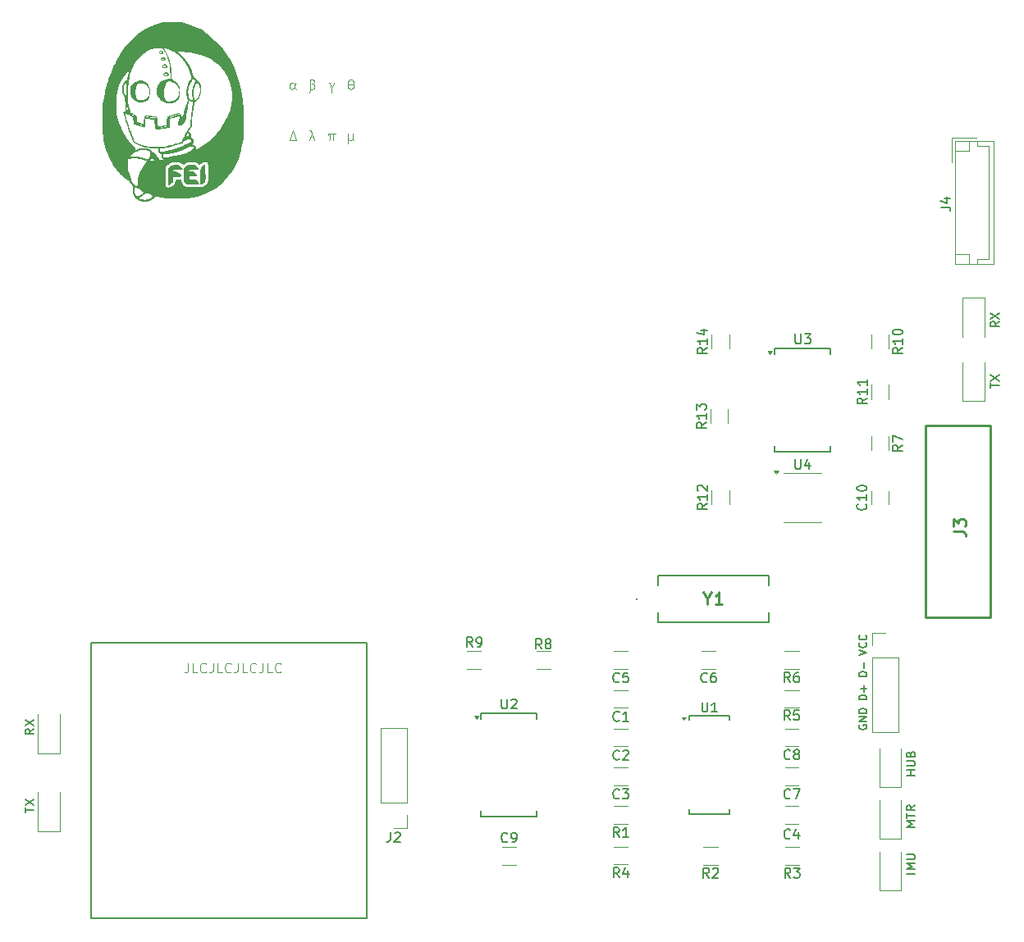
<source format=gbr>
%TF.GenerationSoftware,KiCad,Pcbnew,8.0.4-8.0.4-0~ubuntu22.04.1*%
%TF.CreationDate,2024-08-29T16:01:11-03:00*%
%TF.ProjectId,communication_board,636f6d6d-756e-4696-9361-74696f6e5f62,rev?*%
%TF.SameCoordinates,Original*%
%TF.FileFunction,Legend,Top*%
%TF.FilePolarity,Positive*%
%FSLAX46Y46*%
G04 Gerber Fmt 4.6, Leading zero omitted, Abs format (unit mm)*
G04 Created by KiCad (PCBNEW 8.0.4-8.0.4-0~ubuntu22.04.1) date 2024-08-29 16:01:11*
%MOMM*%
%LPD*%
G01*
G04 APERTURE LIST*
%ADD10C,0.200000*%
%ADD11C,0.175000*%
%ADD12C,0.145000*%
%ADD13C,0.100000*%
%ADD14C,0.150000*%
%ADD15C,0.254000*%
%ADD16C,0.120000*%
%ADD17C,0.000000*%
G04 APERTURE END LIST*
D10*
X107750000Y-90500000D02*
X136250000Y-90500000D01*
X136250000Y-119000000D01*
X107750000Y-119000000D01*
X107750000Y-90500000D01*
D11*
X101880757Y-99406297D02*
X101452185Y-99706297D01*
X101880757Y-99920583D02*
X100980757Y-99920583D01*
X100980757Y-99920583D02*
X100980757Y-99577726D01*
X100980757Y-99577726D02*
X101023614Y-99492011D01*
X101023614Y-99492011D02*
X101066471Y-99449154D01*
X101066471Y-99449154D02*
X101152185Y-99406297D01*
X101152185Y-99406297D02*
X101280757Y-99406297D01*
X101280757Y-99406297D02*
X101366471Y-99449154D01*
X101366471Y-99449154D02*
X101409328Y-99492011D01*
X101409328Y-99492011D02*
X101452185Y-99577726D01*
X101452185Y-99577726D02*
X101452185Y-99920583D01*
X100980757Y-99106297D02*
X101880757Y-98506297D01*
X100980757Y-98506297D02*
X101880757Y-99106297D01*
D12*
X187032650Y-98990082D02*
X186994555Y-99066272D01*
X186994555Y-99066272D02*
X186994555Y-99180558D01*
X186994555Y-99180558D02*
X187032650Y-99294844D01*
X187032650Y-99294844D02*
X187108840Y-99371034D01*
X187108840Y-99371034D02*
X187185031Y-99409129D01*
X187185031Y-99409129D02*
X187337412Y-99447225D01*
X187337412Y-99447225D02*
X187451698Y-99447225D01*
X187451698Y-99447225D02*
X187604079Y-99409129D01*
X187604079Y-99409129D02*
X187680269Y-99371034D01*
X187680269Y-99371034D02*
X187756460Y-99294844D01*
X187756460Y-99294844D02*
X187794555Y-99180558D01*
X187794555Y-99180558D02*
X187794555Y-99104367D01*
X187794555Y-99104367D02*
X187756460Y-98990082D01*
X187756460Y-98990082D02*
X187718364Y-98951986D01*
X187718364Y-98951986D02*
X187451698Y-98951986D01*
X187451698Y-98951986D02*
X187451698Y-99104367D01*
X187794555Y-98609129D02*
X186994555Y-98609129D01*
X186994555Y-98609129D02*
X187794555Y-98151986D01*
X187794555Y-98151986D02*
X186994555Y-98151986D01*
X187794555Y-97771034D02*
X186994555Y-97771034D01*
X186994555Y-97771034D02*
X186994555Y-97580558D01*
X186994555Y-97580558D02*
X187032650Y-97466272D01*
X187032650Y-97466272D02*
X187108840Y-97390082D01*
X187108840Y-97390082D02*
X187185031Y-97351987D01*
X187185031Y-97351987D02*
X187337412Y-97313891D01*
X187337412Y-97313891D02*
X187451698Y-97313891D01*
X187451698Y-97313891D02*
X187604079Y-97351987D01*
X187604079Y-97351987D02*
X187680269Y-97390082D01*
X187680269Y-97390082D02*
X187756460Y-97466272D01*
X187756460Y-97466272D02*
X187794555Y-97580558D01*
X187794555Y-97580558D02*
X187794555Y-97771034D01*
D11*
X192793757Y-109525583D02*
X191893757Y-109525583D01*
X191893757Y-109525583D02*
X192536614Y-109225583D01*
X192536614Y-109225583D02*
X191893757Y-108925583D01*
X191893757Y-108925583D02*
X192793757Y-108925583D01*
X191893757Y-108625583D02*
X191893757Y-108111298D01*
X192793757Y-108368440D02*
X191893757Y-108368440D01*
X192793757Y-107297012D02*
X192365185Y-107597012D01*
X192793757Y-107811298D02*
X191893757Y-107811298D01*
X191893757Y-107811298D02*
X191893757Y-107468441D01*
X191893757Y-107468441D02*
X191936614Y-107382726D01*
X191936614Y-107382726D02*
X191979471Y-107339869D01*
X191979471Y-107339869D02*
X192065185Y-107297012D01*
X192065185Y-107297012D02*
X192193757Y-107297012D01*
X192193757Y-107297012D02*
X192279471Y-107339869D01*
X192279471Y-107339869D02*
X192322328Y-107382726D01*
X192322328Y-107382726D02*
X192365185Y-107468441D01*
X192365185Y-107468441D02*
X192365185Y-107811298D01*
X192793757Y-114351583D02*
X191893757Y-114351583D01*
X192793757Y-113923012D02*
X191893757Y-113923012D01*
X191893757Y-113923012D02*
X192536614Y-113623012D01*
X192536614Y-113623012D02*
X191893757Y-113323012D01*
X191893757Y-113323012D02*
X192793757Y-113323012D01*
X191893757Y-112894441D02*
X192622328Y-112894441D01*
X192622328Y-112894441D02*
X192708042Y-112851584D01*
X192708042Y-112851584D02*
X192750900Y-112808727D01*
X192750900Y-112808727D02*
X192793757Y-112723012D01*
X192793757Y-112723012D02*
X192793757Y-112551584D01*
X192793757Y-112551584D02*
X192750900Y-112465869D01*
X192750900Y-112465869D02*
X192708042Y-112423012D01*
X192708042Y-112423012D02*
X192622328Y-112380155D01*
X192622328Y-112380155D02*
X191893757Y-112380155D01*
X200580757Y-64199154D02*
X200580757Y-63684869D01*
X201480757Y-63942011D02*
X200580757Y-63942011D01*
X200580757Y-63470583D02*
X201480757Y-62870583D01*
X200580757Y-62870583D02*
X201480757Y-63470583D01*
D12*
X186994555Y-91776415D02*
X187794555Y-91509748D01*
X187794555Y-91509748D02*
X186994555Y-91243082D01*
X187718364Y-90519272D02*
X187756460Y-90557368D01*
X187756460Y-90557368D02*
X187794555Y-90671653D01*
X187794555Y-90671653D02*
X187794555Y-90747844D01*
X187794555Y-90747844D02*
X187756460Y-90862130D01*
X187756460Y-90862130D02*
X187680269Y-90938320D01*
X187680269Y-90938320D02*
X187604079Y-90976415D01*
X187604079Y-90976415D02*
X187451698Y-91014511D01*
X187451698Y-91014511D02*
X187337412Y-91014511D01*
X187337412Y-91014511D02*
X187185031Y-90976415D01*
X187185031Y-90976415D02*
X187108840Y-90938320D01*
X187108840Y-90938320D02*
X187032650Y-90862130D01*
X187032650Y-90862130D02*
X186994555Y-90747844D01*
X186994555Y-90747844D02*
X186994555Y-90671653D01*
X186994555Y-90671653D02*
X187032650Y-90557368D01*
X187032650Y-90557368D02*
X187070745Y-90519272D01*
X187718364Y-89719272D02*
X187756460Y-89757368D01*
X187756460Y-89757368D02*
X187794555Y-89871653D01*
X187794555Y-89871653D02*
X187794555Y-89947844D01*
X187794555Y-89947844D02*
X187756460Y-90062130D01*
X187756460Y-90062130D02*
X187680269Y-90138320D01*
X187680269Y-90138320D02*
X187604079Y-90176415D01*
X187604079Y-90176415D02*
X187451698Y-90214511D01*
X187451698Y-90214511D02*
X187337412Y-90214511D01*
X187337412Y-90214511D02*
X187185031Y-90176415D01*
X187185031Y-90176415D02*
X187108840Y-90138320D01*
X187108840Y-90138320D02*
X187032650Y-90062130D01*
X187032650Y-90062130D02*
X186994555Y-89947844D01*
X186994555Y-89947844D02*
X186994555Y-89871653D01*
X186994555Y-89871653D02*
X187032650Y-89757368D01*
X187032650Y-89757368D02*
X187070745Y-89719272D01*
D11*
X192793757Y-104191583D02*
X191893757Y-104191583D01*
X192322328Y-104191583D02*
X192322328Y-103677297D01*
X192793757Y-103677297D02*
X191893757Y-103677297D01*
X191893757Y-103248726D02*
X192622328Y-103248726D01*
X192622328Y-103248726D02*
X192708042Y-103205869D01*
X192708042Y-103205869D02*
X192750900Y-103163012D01*
X192750900Y-103163012D02*
X192793757Y-103077297D01*
X192793757Y-103077297D02*
X192793757Y-102905869D01*
X192793757Y-102905869D02*
X192750900Y-102820154D01*
X192750900Y-102820154D02*
X192708042Y-102777297D01*
X192708042Y-102777297D02*
X192622328Y-102734440D01*
X192622328Y-102734440D02*
X191893757Y-102734440D01*
X192322328Y-102005869D02*
X192365185Y-101877297D01*
X192365185Y-101877297D02*
X192408042Y-101834440D01*
X192408042Y-101834440D02*
X192493757Y-101791583D01*
X192493757Y-101791583D02*
X192622328Y-101791583D01*
X192622328Y-101791583D02*
X192708042Y-101834440D01*
X192708042Y-101834440D02*
X192750900Y-101877297D01*
X192750900Y-101877297D02*
X192793757Y-101963012D01*
X192793757Y-101963012D02*
X192793757Y-102305869D01*
X192793757Y-102305869D02*
X191893757Y-102305869D01*
X191893757Y-102305869D02*
X191893757Y-102005869D01*
X191893757Y-102005869D02*
X191936614Y-101920155D01*
X191936614Y-101920155D02*
X191979471Y-101877297D01*
X191979471Y-101877297D02*
X192065185Y-101834440D01*
X192065185Y-101834440D02*
X192150900Y-101834440D01*
X192150900Y-101834440D02*
X192236614Y-101877297D01*
X192236614Y-101877297D02*
X192279471Y-101920155D01*
X192279471Y-101920155D02*
X192322328Y-102005869D01*
X192322328Y-102005869D02*
X192322328Y-102305869D01*
X100980757Y-108049154D02*
X100980757Y-107534869D01*
X101880757Y-107792011D02*
X100980757Y-107792011D01*
X100980757Y-107320583D02*
X101880757Y-106720583D01*
X100980757Y-106720583D02*
X101880757Y-107320583D01*
D12*
X187794555Y-96361129D02*
X186994555Y-96361129D01*
X186994555Y-96361129D02*
X186994555Y-96170653D01*
X186994555Y-96170653D02*
X187032650Y-96056367D01*
X187032650Y-96056367D02*
X187108840Y-95980177D01*
X187108840Y-95980177D02*
X187185031Y-95942082D01*
X187185031Y-95942082D02*
X187337412Y-95903986D01*
X187337412Y-95903986D02*
X187451698Y-95903986D01*
X187451698Y-95903986D02*
X187604079Y-95942082D01*
X187604079Y-95942082D02*
X187680269Y-95980177D01*
X187680269Y-95980177D02*
X187756460Y-96056367D01*
X187756460Y-96056367D02*
X187794555Y-96170653D01*
X187794555Y-96170653D02*
X187794555Y-96361129D01*
X187489793Y-95561129D02*
X187489793Y-94951606D01*
X187794555Y-95256367D02*
X187185031Y-95256367D01*
X187794555Y-93948129D02*
X186994555Y-93948129D01*
X186994555Y-93948129D02*
X186994555Y-93757653D01*
X186994555Y-93757653D02*
X187032650Y-93643367D01*
X187032650Y-93643367D02*
X187108840Y-93567177D01*
X187108840Y-93567177D02*
X187185031Y-93529082D01*
X187185031Y-93529082D02*
X187337412Y-93490986D01*
X187337412Y-93490986D02*
X187451698Y-93490986D01*
X187451698Y-93490986D02*
X187604079Y-93529082D01*
X187604079Y-93529082D02*
X187680269Y-93567177D01*
X187680269Y-93567177D02*
X187756460Y-93643367D01*
X187756460Y-93643367D02*
X187794555Y-93757653D01*
X187794555Y-93757653D02*
X187794555Y-93948129D01*
X187489793Y-93148129D02*
X187489793Y-92538606D01*
D13*
X117785198Y-92598419D02*
X117785198Y-93312704D01*
X117785198Y-93312704D02*
X117737579Y-93455561D01*
X117737579Y-93455561D02*
X117642341Y-93550800D01*
X117642341Y-93550800D02*
X117499484Y-93598419D01*
X117499484Y-93598419D02*
X117404246Y-93598419D01*
X118737579Y-93598419D02*
X118261389Y-93598419D01*
X118261389Y-93598419D02*
X118261389Y-92598419D01*
X119642341Y-93503180D02*
X119594722Y-93550800D01*
X119594722Y-93550800D02*
X119451865Y-93598419D01*
X119451865Y-93598419D02*
X119356627Y-93598419D01*
X119356627Y-93598419D02*
X119213770Y-93550800D01*
X119213770Y-93550800D02*
X119118532Y-93455561D01*
X119118532Y-93455561D02*
X119070913Y-93360323D01*
X119070913Y-93360323D02*
X119023294Y-93169847D01*
X119023294Y-93169847D02*
X119023294Y-93026990D01*
X119023294Y-93026990D02*
X119070913Y-92836514D01*
X119070913Y-92836514D02*
X119118532Y-92741276D01*
X119118532Y-92741276D02*
X119213770Y-92646038D01*
X119213770Y-92646038D02*
X119356627Y-92598419D01*
X119356627Y-92598419D02*
X119451865Y-92598419D01*
X119451865Y-92598419D02*
X119594722Y-92646038D01*
X119594722Y-92646038D02*
X119642341Y-92693657D01*
X120356627Y-92598419D02*
X120356627Y-93312704D01*
X120356627Y-93312704D02*
X120309008Y-93455561D01*
X120309008Y-93455561D02*
X120213770Y-93550800D01*
X120213770Y-93550800D02*
X120070913Y-93598419D01*
X120070913Y-93598419D02*
X119975675Y-93598419D01*
X121309008Y-93598419D02*
X120832818Y-93598419D01*
X120832818Y-93598419D02*
X120832818Y-92598419D01*
X122213770Y-93503180D02*
X122166151Y-93550800D01*
X122166151Y-93550800D02*
X122023294Y-93598419D01*
X122023294Y-93598419D02*
X121928056Y-93598419D01*
X121928056Y-93598419D02*
X121785199Y-93550800D01*
X121785199Y-93550800D02*
X121689961Y-93455561D01*
X121689961Y-93455561D02*
X121642342Y-93360323D01*
X121642342Y-93360323D02*
X121594723Y-93169847D01*
X121594723Y-93169847D02*
X121594723Y-93026990D01*
X121594723Y-93026990D02*
X121642342Y-92836514D01*
X121642342Y-92836514D02*
X121689961Y-92741276D01*
X121689961Y-92741276D02*
X121785199Y-92646038D01*
X121785199Y-92646038D02*
X121928056Y-92598419D01*
X121928056Y-92598419D02*
X122023294Y-92598419D01*
X122023294Y-92598419D02*
X122166151Y-92646038D01*
X122166151Y-92646038D02*
X122213770Y-92693657D01*
X122928056Y-92598419D02*
X122928056Y-93312704D01*
X122928056Y-93312704D02*
X122880437Y-93455561D01*
X122880437Y-93455561D02*
X122785199Y-93550800D01*
X122785199Y-93550800D02*
X122642342Y-93598419D01*
X122642342Y-93598419D02*
X122547104Y-93598419D01*
X123880437Y-93598419D02*
X123404247Y-93598419D01*
X123404247Y-93598419D02*
X123404247Y-92598419D01*
X124785199Y-93503180D02*
X124737580Y-93550800D01*
X124737580Y-93550800D02*
X124594723Y-93598419D01*
X124594723Y-93598419D02*
X124499485Y-93598419D01*
X124499485Y-93598419D02*
X124356628Y-93550800D01*
X124356628Y-93550800D02*
X124261390Y-93455561D01*
X124261390Y-93455561D02*
X124213771Y-93360323D01*
X124213771Y-93360323D02*
X124166152Y-93169847D01*
X124166152Y-93169847D02*
X124166152Y-93026990D01*
X124166152Y-93026990D02*
X124213771Y-92836514D01*
X124213771Y-92836514D02*
X124261390Y-92741276D01*
X124261390Y-92741276D02*
X124356628Y-92646038D01*
X124356628Y-92646038D02*
X124499485Y-92598419D01*
X124499485Y-92598419D02*
X124594723Y-92598419D01*
X124594723Y-92598419D02*
X124737580Y-92646038D01*
X124737580Y-92646038D02*
X124785199Y-92693657D01*
X125499485Y-92598419D02*
X125499485Y-93312704D01*
X125499485Y-93312704D02*
X125451866Y-93455561D01*
X125451866Y-93455561D02*
X125356628Y-93550800D01*
X125356628Y-93550800D02*
X125213771Y-93598419D01*
X125213771Y-93598419D02*
X125118533Y-93598419D01*
X126451866Y-93598419D02*
X125975676Y-93598419D01*
X125975676Y-93598419D02*
X125975676Y-92598419D01*
X127356628Y-93503180D02*
X127309009Y-93550800D01*
X127309009Y-93550800D02*
X127166152Y-93598419D01*
X127166152Y-93598419D02*
X127070914Y-93598419D01*
X127070914Y-93598419D02*
X126928057Y-93550800D01*
X126928057Y-93550800D02*
X126832819Y-93455561D01*
X126832819Y-93455561D02*
X126785200Y-93360323D01*
X126785200Y-93360323D02*
X126737581Y-93169847D01*
X126737581Y-93169847D02*
X126737581Y-93026990D01*
X126737581Y-93026990D02*
X126785200Y-92836514D01*
X126785200Y-92836514D02*
X126832819Y-92741276D01*
X126832819Y-92741276D02*
X126928057Y-92646038D01*
X126928057Y-92646038D02*
X127070914Y-92598419D01*
X127070914Y-92598419D02*
X127166152Y-92598419D01*
X127166152Y-92598419D02*
X127309009Y-92646038D01*
X127309009Y-92646038D02*
X127356628Y-92693657D01*
D11*
X201480757Y-57356297D02*
X201052185Y-57656297D01*
X201480757Y-57870583D02*
X200580757Y-57870583D01*
X200580757Y-57870583D02*
X200580757Y-57527726D01*
X200580757Y-57527726D02*
X200623614Y-57442011D01*
X200623614Y-57442011D02*
X200666471Y-57399154D01*
X200666471Y-57399154D02*
X200752185Y-57356297D01*
X200752185Y-57356297D02*
X200880757Y-57356297D01*
X200880757Y-57356297D02*
X200966471Y-57399154D01*
X200966471Y-57399154D02*
X201009328Y-57442011D01*
X201009328Y-57442011D02*
X201052185Y-57527726D01*
X201052185Y-57527726D02*
X201052185Y-57870583D01*
X200580757Y-57056297D02*
X201480757Y-56456297D01*
X200580757Y-56456297D02*
X201480757Y-57056297D01*
D14*
X187709580Y-76167857D02*
X187757200Y-76215476D01*
X187757200Y-76215476D02*
X187804819Y-76358333D01*
X187804819Y-76358333D02*
X187804819Y-76453571D01*
X187804819Y-76453571D02*
X187757200Y-76596428D01*
X187757200Y-76596428D02*
X187661961Y-76691666D01*
X187661961Y-76691666D02*
X187566723Y-76739285D01*
X187566723Y-76739285D02*
X187376247Y-76786904D01*
X187376247Y-76786904D02*
X187233390Y-76786904D01*
X187233390Y-76786904D02*
X187042914Y-76739285D01*
X187042914Y-76739285D02*
X186947676Y-76691666D01*
X186947676Y-76691666D02*
X186852438Y-76596428D01*
X186852438Y-76596428D02*
X186804819Y-76453571D01*
X186804819Y-76453571D02*
X186804819Y-76358333D01*
X186804819Y-76358333D02*
X186852438Y-76215476D01*
X186852438Y-76215476D02*
X186900057Y-76167857D01*
X187804819Y-75215476D02*
X187804819Y-75786904D01*
X187804819Y-75501190D02*
X186804819Y-75501190D01*
X186804819Y-75501190D02*
X186947676Y-75596428D01*
X186947676Y-75596428D02*
X187042914Y-75691666D01*
X187042914Y-75691666D02*
X187090533Y-75786904D01*
X186804819Y-74596428D02*
X186804819Y-74501190D01*
X186804819Y-74501190D02*
X186852438Y-74405952D01*
X186852438Y-74405952D02*
X186900057Y-74358333D01*
X186900057Y-74358333D02*
X186995295Y-74310714D01*
X186995295Y-74310714D02*
X187185771Y-74263095D01*
X187185771Y-74263095D02*
X187423866Y-74263095D01*
X187423866Y-74263095D02*
X187614342Y-74310714D01*
X187614342Y-74310714D02*
X187709580Y-74358333D01*
X187709580Y-74358333D02*
X187757200Y-74405952D01*
X187757200Y-74405952D02*
X187804819Y-74501190D01*
X187804819Y-74501190D02*
X187804819Y-74596428D01*
X187804819Y-74596428D02*
X187757200Y-74691666D01*
X187757200Y-74691666D02*
X187709580Y-74739285D01*
X187709580Y-74739285D02*
X187614342Y-74786904D01*
X187614342Y-74786904D02*
X187423866Y-74834523D01*
X187423866Y-74834523D02*
X187185771Y-74834523D01*
X187185771Y-74834523D02*
X186995295Y-74786904D01*
X186995295Y-74786904D02*
X186900057Y-74739285D01*
X186900057Y-74739285D02*
X186852438Y-74691666D01*
X186852438Y-74691666D02*
X186804819Y-74596428D01*
X170813095Y-96667319D02*
X170813095Y-97476842D01*
X170813095Y-97476842D02*
X170860714Y-97572080D01*
X170860714Y-97572080D02*
X170908333Y-97619700D01*
X170908333Y-97619700D02*
X171003571Y-97667319D01*
X171003571Y-97667319D02*
X171194047Y-97667319D01*
X171194047Y-97667319D02*
X171289285Y-97619700D01*
X171289285Y-97619700D02*
X171336904Y-97572080D01*
X171336904Y-97572080D02*
X171384523Y-97476842D01*
X171384523Y-97476842D02*
X171384523Y-96667319D01*
X172384523Y-97667319D02*
X171813095Y-97667319D01*
X172098809Y-97667319D02*
X172098809Y-96667319D01*
X172098809Y-96667319D02*
X172003571Y-96810176D01*
X172003571Y-96810176D02*
X171908333Y-96905414D01*
X171908333Y-96905414D02*
X171813095Y-96953033D01*
X162273333Y-114744819D02*
X161940000Y-114268628D01*
X161701905Y-114744819D02*
X161701905Y-113744819D01*
X161701905Y-113744819D02*
X162082857Y-113744819D01*
X162082857Y-113744819D02*
X162178095Y-113792438D01*
X162178095Y-113792438D02*
X162225714Y-113840057D01*
X162225714Y-113840057D02*
X162273333Y-113935295D01*
X162273333Y-113935295D02*
X162273333Y-114078152D01*
X162273333Y-114078152D02*
X162225714Y-114173390D01*
X162225714Y-114173390D02*
X162178095Y-114221009D01*
X162178095Y-114221009D02*
X162082857Y-114268628D01*
X162082857Y-114268628D02*
X161701905Y-114268628D01*
X163130476Y-114078152D02*
X163130476Y-114744819D01*
X162892381Y-113697200D02*
X162654286Y-114411485D01*
X162654286Y-114411485D02*
X163273333Y-114411485D01*
X162270833Y-98522080D02*
X162223214Y-98569700D01*
X162223214Y-98569700D02*
X162080357Y-98617319D01*
X162080357Y-98617319D02*
X161985119Y-98617319D01*
X161985119Y-98617319D02*
X161842262Y-98569700D01*
X161842262Y-98569700D02*
X161747024Y-98474461D01*
X161747024Y-98474461D02*
X161699405Y-98379223D01*
X161699405Y-98379223D02*
X161651786Y-98188747D01*
X161651786Y-98188747D02*
X161651786Y-98045890D01*
X161651786Y-98045890D02*
X161699405Y-97855414D01*
X161699405Y-97855414D02*
X161747024Y-97760176D01*
X161747024Y-97760176D02*
X161842262Y-97664938D01*
X161842262Y-97664938D02*
X161985119Y-97617319D01*
X161985119Y-97617319D02*
X162080357Y-97617319D01*
X162080357Y-97617319D02*
X162223214Y-97664938D01*
X162223214Y-97664938D02*
X162270833Y-97712557D01*
X163223214Y-98617319D02*
X162651786Y-98617319D01*
X162937500Y-98617319D02*
X162937500Y-97617319D01*
X162937500Y-97617319D02*
X162842262Y-97760176D01*
X162842262Y-97760176D02*
X162747024Y-97855414D01*
X162747024Y-97855414D02*
X162651786Y-97903033D01*
X180421095Y-71578819D02*
X180421095Y-72388342D01*
X180421095Y-72388342D02*
X180468714Y-72483580D01*
X180468714Y-72483580D02*
X180516333Y-72531200D01*
X180516333Y-72531200D02*
X180611571Y-72578819D01*
X180611571Y-72578819D02*
X180802047Y-72578819D01*
X180802047Y-72578819D02*
X180897285Y-72531200D01*
X180897285Y-72531200D02*
X180944904Y-72483580D01*
X180944904Y-72483580D02*
X180992523Y-72388342D01*
X180992523Y-72388342D02*
X180992523Y-71578819D01*
X181897285Y-71912152D02*
X181897285Y-72578819D01*
X181659190Y-71531200D02*
X181421095Y-72245485D01*
X181421095Y-72245485D02*
X182040142Y-72245485D01*
X162270833Y-110587319D02*
X161937500Y-110111128D01*
X161699405Y-110587319D02*
X161699405Y-109587319D01*
X161699405Y-109587319D02*
X162080357Y-109587319D01*
X162080357Y-109587319D02*
X162175595Y-109634938D01*
X162175595Y-109634938D02*
X162223214Y-109682557D01*
X162223214Y-109682557D02*
X162270833Y-109777795D01*
X162270833Y-109777795D02*
X162270833Y-109920652D01*
X162270833Y-109920652D02*
X162223214Y-110015890D01*
X162223214Y-110015890D02*
X162175595Y-110063509D01*
X162175595Y-110063509D02*
X162080357Y-110111128D01*
X162080357Y-110111128D02*
X161699405Y-110111128D01*
X163223214Y-110587319D02*
X162651786Y-110587319D01*
X162937500Y-110587319D02*
X162937500Y-109587319D01*
X162937500Y-109587319D02*
X162842262Y-109730176D01*
X162842262Y-109730176D02*
X162747024Y-109825414D01*
X162747024Y-109825414D02*
X162651786Y-109873033D01*
X179908333Y-98498819D02*
X179575000Y-98022628D01*
X179336905Y-98498819D02*
X179336905Y-97498819D01*
X179336905Y-97498819D02*
X179717857Y-97498819D01*
X179717857Y-97498819D02*
X179813095Y-97546438D01*
X179813095Y-97546438D02*
X179860714Y-97594057D01*
X179860714Y-97594057D02*
X179908333Y-97689295D01*
X179908333Y-97689295D02*
X179908333Y-97832152D01*
X179908333Y-97832152D02*
X179860714Y-97927390D01*
X179860714Y-97927390D02*
X179813095Y-97975009D01*
X179813095Y-97975009D02*
X179717857Y-98022628D01*
X179717857Y-98022628D02*
X179336905Y-98022628D01*
X180813095Y-97498819D02*
X180336905Y-97498819D01*
X180336905Y-97498819D02*
X180289286Y-97975009D01*
X180289286Y-97975009D02*
X180336905Y-97927390D01*
X180336905Y-97927390D02*
X180432143Y-97879771D01*
X180432143Y-97879771D02*
X180670238Y-97879771D01*
X180670238Y-97879771D02*
X180765476Y-97927390D01*
X180765476Y-97927390D02*
X180813095Y-97975009D01*
X180813095Y-97975009D02*
X180860714Y-98070247D01*
X180860714Y-98070247D02*
X180860714Y-98308342D01*
X180860714Y-98308342D02*
X180813095Y-98403580D01*
X180813095Y-98403580D02*
X180765476Y-98451200D01*
X180765476Y-98451200D02*
X180670238Y-98498819D01*
X180670238Y-98498819D02*
X180432143Y-98498819D01*
X180432143Y-98498819D02*
X180336905Y-98451200D01*
X180336905Y-98451200D02*
X180289286Y-98403580D01*
X171533333Y-114787319D02*
X171200000Y-114311128D01*
X170961905Y-114787319D02*
X170961905Y-113787319D01*
X170961905Y-113787319D02*
X171342857Y-113787319D01*
X171342857Y-113787319D02*
X171438095Y-113834938D01*
X171438095Y-113834938D02*
X171485714Y-113882557D01*
X171485714Y-113882557D02*
X171533333Y-113977795D01*
X171533333Y-113977795D02*
X171533333Y-114120652D01*
X171533333Y-114120652D02*
X171485714Y-114215890D01*
X171485714Y-114215890D02*
X171438095Y-114263509D01*
X171438095Y-114263509D02*
X171342857Y-114311128D01*
X171342857Y-114311128D02*
X170961905Y-114311128D01*
X171914286Y-113882557D02*
X171961905Y-113834938D01*
X171961905Y-113834938D02*
X172057143Y-113787319D01*
X172057143Y-113787319D02*
X172295238Y-113787319D01*
X172295238Y-113787319D02*
X172390476Y-113834938D01*
X172390476Y-113834938D02*
X172438095Y-113882557D01*
X172438095Y-113882557D02*
X172485714Y-113977795D01*
X172485714Y-113977795D02*
X172485714Y-114073033D01*
X172485714Y-114073033D02*
X172438095Y-114215890D01*
X172438095Y-114215890D02*
X171866667Y-114787319D01*
X171866667Y-114787319D02*
X172485714Y-114787319D01*
D15*
X171395238Y-85969556D02*
X171395238Y-86574318D01*
X170971905Y-85304318D02*
X171395238Y-85969556D01*
X171395238Y-85969556D02*
X171818572Y-85304318D01*
X172907143Y-86574318D02*
X172181428Y-86574318D01*
X172544285Y-86574318D02*
X172544285Y-85304318D01*
X172544285Y-85304318D02*
X172423333Y-85485746D01*
X172423333Y-85485746D02*
X172302381Y-85606699D01*
X172302381Y-85606699D02*
X172181428Y-85667175D01*
D14*
X162270833Y-106522080D02*
X162223214Y-106569700D01*
X162223214Y-106569700D02*
X162080357Y-106617319D01*
X162080357Y-106617319D02*
X161985119Y-106617319D01*
X161985119Y-106617319D02*
X161842262Y-106569700D01*
X161842262Y-106569700D02*
X161747024Y-106474461D01*
X161747024Y-106474461D02*
X161699405Y-106379223D01*
X161699405Y-106379223D02*
X161651786Y-106188747D01*
X161651786Y-106188747D02*
X161651786Y-106045890D01*
X161651786Y-106045890D02*
X161699405Y-105855414D01*
X161699405Y-105855414D02*
X161747024Y-105760176D01*
X161747024Y-105760176D02*
X161842262Y-105664938D01*
X161842262Y-105664938D02*
X161985119Y-105617319D01*
X161985119Y-105617319D02*
X162080357Y-105617319D01*
X162080357Y-105617319D02*
X162223214Y-105664938D01*
X162223214Y-105664938D02*
X162270833Y-105712557D01*
X162604167Y-105617319D02*
X163223214Y-105617319D01*
X163223214Y-105617319D02*
X162889881Y-105998271D01*
X162889881Y-105998271D02*
X163032738Y-105998271D01*
X163032738Y-105998271D02*
X163127976Y-106045890D01*
X163127976Y-106045890D02*
X163175595Y-106093509D01*
X163175595Y-106093509D02*
X163223214Y-106188747D01*
X163223214Y-106188747D02*
X163223214Y-106426842D01*
X163223214Y-106426842D02*
X163175595Y-106522080D01*
X163175595Y-106522080D02*
X163127976Y-106569700D01*
X163127976Y-106569700D02*
X163032738Y-106617319D01*
X163032738Y-106617319D02*
X162747024Y-106617319D01*
X162747024Y-106617319D02*
X162651786Y-106569700D01*
X162651786Y-106569700D02*
X162604167Y-106522080D01*
X179908333Y-94587319D02*
X179575000Y-94111128D01*
X179336905Y-94587319D02*
X179336905Y-93587319D01*
X179336905Y-93587319D02*
X179717857Y-93587319D01*
X179717857Y-93587319D02*
X179813095Y-93634938D01*
X179813095Y-93634938D02*
X179860714Y-93682557D01*
X179860714Y-93682557D02*
X179908333Y-93777795D01*
X179908333Y-93777795D02*
X179908333Y-93920652D01*
X179908333Y-93920652D02*
X179860714Y-94015890D01*
X179860714Y-94015890D02*
X179813095Y-94063509D01*
X179813095Y-94063509D02*
X179717857Y-94111128D01*
X179717857Y-94111128D02*
X179336905Y-94111128D01*
X180765476Y-93587319D02*
X180575000Y-93587319D01*
X180575000Y-93587319D02*
X180479762Y-93634938D01*
X180479762Y-93634938D02*
X180432143Y-93682557D01*
X180432143Y-93682557D02*
X180336905Y-93825414D01*
X180336905Y-93825414D02*
X180289286Y-94015890D01*
X180289286Y-94015890D02*
X180289286Y-94396842D01*
X180289286Y-94396842D02*
X180336905Y-94492080D01*
X180336905Y-94492080D02*
X180384524Y-94539700D01*
X180384524Y-94539700D02*
X180479762Y-94587319D01*
X180479762Y-94587319D02*
X180670238Y-94587319D01*
X180670238Y-94587319D02*
X180765476Y-94539700D01*
X180765476Y-94539700D02*
X180813095Y-94492080D01*
X180813095Y-94492080D02*
X180860714Y-94396842D01*
X180860714Y-94396842D02*
X180860714Y-94158747D01*
X180860714Y-94158747D02*
X180813095Y-94063509D01*
X180813095Y-94063509D02*
X180765476Y-94015890D01*
X180765476Y-94015890D02*
X180670238Y-93968271D01*
X180670238Y-93968271D02*
X180479762Y-93968271D01*
X180479762Y-93968271D02*
X180384524Y-94015890D01*
X180384524Y-94015890D02*
X180336905Y-94063509D01*
X180336905Y-94063509D02*
X180289286Y-94158747D01*
X138666666Y-110084819D02*
X138666666Y-110799104D01*
X138666666Y-110799104D02*
X138619047Y-110941961D01*
X138619047Y-110941961D02*
X138523809Y-111037200D01*
X138523809Y-111037200D02*
X138380952Y-111084819D01*
X138380952Y-111084819D02*
X138285714Y-111084819D01*
X139095238Y-110180057D02*
X139142857Y-110132438D01*
X139142857Y-110132438D02*
X139238095Y-110084819D01*
X139238095Y-110084819D02*
X139476190Y-110084819D01*
X139476190Y-110084819D02*
X139571428Y-110132438D01*
X139571428Y-110132438D02*
X139619047Y-110180057D01*
X139619047Y-110180057D02*
X139666666Y-110275295D01*
X139666666Y-110275295D02*
X139666666Y-110370533D01*
X139666666Y-110370533D02*
X139619047Y-110513390D01*
X139619047Y-110513390D02*
X139047619Y-111084819D01*
X139047619Y-111084819D02*
X139666666Y-111084819D01*
D13*
X130643428Y-32767990D02*
X130738666Y-32815609D01*
X130738666Y-32815609D02*
X130786285Y-32863228D01*
X130786285Y-32863228D02*
X130833904Y-32958466D01*
X130833904Y-32958466D02*
X130833904Y-33148942D01*
X130833904Y-33148942D02*
X130786285Y-33244180D01*
X130786285Y-33244180D02*
X130738666Y-33291800D01*
X130738666Y-33291800D02*
X130643428Y-33339419D01*
X130643428Y-33339419D02*
X130500571Y-33339419D01*
X130500571Y-33339419D02*
X130405333Y-33291800D01*
X130405333Y-33291800D02*
X130357714Y-33244180D01*
X130262476Y-33672752D02*
X130310095Y-33625133D01*
X130310095Y-33625133D02*
X130357714Y-33529895D01*
X130357714Y-33529895D02*
X130357714Y-32482276D01*
X130357714Y-32482276D02*
X130405333Y-32387038D01*
X130405333Y-32387038D02*
X130500571Y-32339419D01*
X130500571Y-32339419D02*
X130643428Y-32339419D01*
X130643428Y-32339419D02*
X130738666Y-32387038D01*
X130738666Y-32387038D02*
X130786285Y-32482276D01*
X130786285Y-32482276D02*
X130786285Y-32625133D01*
X130786285Y-32625133D02*
X130738666Y-32720371D01*
X130738666Y-32720371D02*
X130643428Y-32767990D01*
X130643428Y-32767990D02*
X130548190Y-32767990D01*
X130572000Y-37922752D02*
X130333905Y-38589419D01*
X130333905Y-37589419D02*
X130429143Y-37589419D01*
X130429143Y-37589419D02*
X130476762Y-37637038D01*
X130476762Y-37637038D02*
X130572000Y-37922752D01*
X130572000Y-37922752D02*
X130810095Y-38589419D01*
X128881523Y-32672752D02*
X128738666Y-33148942D01*
X128738666Y-33148942D02*
X128691047Y-33244180D01*
X128691047Y-33244180D02*
X128643428Y-33291800D01*
X128643428Y-33291800D02*
X128548190Y-33339419D01*
X128548190Y-33339419D02*
X128452952Y-33339419D01*
X128452952Y-33339419D02*
X128357714Y-33291800D01*
X128357714Y-33291800D02*
X128310095Y-33244180D01*
X128310095Y-33244180D02*
X128262476Y-33101323D01*
X128262476Y-33101323D02*
X128262476Y-32910847D01*
X128262476Y-32910847D02*
X128310095Y-32767990D01*
X128310095Y-32767990D02*
X128357714Y-32720371D01*
X128357714Y-32720371D02*
X128452952Y-32672752D01*
X128452952Y-32672752D02*
X128548190Y-32672752D01*
X128548190Y-32672752D02*
X128643428Y-32720371D01*
X128643428Y-32720371D02*
X128691047Y-32767990D01*
X128691047Y-32767990D02*
X128738666Y-32863228D01*
X128738666Y-32863228D02*
X128786285Y-33196561D01*
X128786285Y-33196561D02*
X128833904Y-33291800D01*
X128833904Y-33291800D02*
X128929142Y-33339419D01*
X128238667Y-38589419D02*
X128572000Y-37589419D01*
X128572000Y-37589419D02*
X128905333Y-38589419D01*
X128905333Y-38589419D02*
X128238667Y-38589419D01*
X134286286Y-37922752D02*
X134286286Y-38922752D01*
X134762476Y-38446561D02*
X134810095Y-38541800D01*
X134810095Y-38541800D02*
X134905333Y-38589419D01*
X134286286Y-38446561D02*
X134333905Y-38541800D01*
X134333905Y-38541800D02*
X134429143Y-38589419D01*
X134429143Y-38589419D02*
X134619619Y-38589419D01*
X134619619Y-38589419D02*
X134714857Y-38541800D01*
X134714857Y-38541800D02*
X134762476Y-38446561D01*
X134762476Y-38446561D02*
X134762476Y-37922752D01*
X132572000Y-33244180D02*
X132572000Y-33672752D01*
X132286286Y-32672752D02*
X132333905Y-32672752D01*
X132333905Y-32672752D02*
X132381524Y-32720371D01*
X132381524Y-32720371D02*
X132572000Y-33244180D01*
X132572000Y-33244180D02*
X132810095Y-32672752D01*
X134310095Y-32815609D02*
X134833904Y-32815609D01*
X134500571Y-32339419D02*
X134643428Y-32339419D01*
X134643428Y-32339419D02*
X134738666Y-32387038D01*
X134738666Y-32387038D02*
X134786285Y-32434657D01*
X134786285Y-32434657D02*
X134833904Y-32577514D01*
X134833904Y-32577514D02*
X134833904Y-33101323D01*
X134833904Y-33101323D02*
X134786285Y-33244180D01*
X134786285Y-33244180D02*
X134738666Y-33291800D01*
X134738666Y-33291800D02*
X134643428Y-33339419D01*
X134643428Y-33339419D02*
X134500571Y-33339419D01*
X134500571Y-33339419D02*
X134405333Y-33291800D01*
X134405333Y-33291800D02*
X134357714Y-33244180D01*
X134357714Y-33244180D02*
X134310095Y-33101323D01*
X134310095Y-33101323D02*
X134310095Y-32577514D01*
X134310095Y-32577514D02*
X134357714Y-32434657D01*
X134357714Y-32434657D02*
X134405333Y-32387038D01*
X134405333Y-32387038D02*
X134500571Y-32339419D01*
X132786285Y-37922752D02*
X132786285Y-38589419D01*
X132452952Y-37922752D02*
X132452952Y-38446561D01*
X132452952Y-38446561D02*
X132405333Y-38541800D01*
X132405333Y-38541800D02*
X132310095Y-38589419D01*
X132976761Y-37922752D02*
X132357714Y-37922752D01*
X132357714Y-37922752D02*
X132262476Y-37970371D01*
X132262476Y-37970371D02*
X132214857Y-38065609D01*
D14*
X179908333Y-102467580D02*
X179860714Y-102515200D01*
X179860714Y-102515200D02*
X179717857Y-102562819D01*
X179717857Y-102562819D02*
X179622619Y-102562819D01*
X179622619Y-102562819D02*
X179479762Y-102515200D01*
X179479762Y-102515200D02*
X179384524Y-102419961D01*
X179384524Y-102419961D02*
X179336905Y-102324723D01*
X179336905Y-102324723D02*
X179289286Y-102134247D01*
X179289286Y-102134247D02*
X179289286Y-101991390D01*
X179289286Y-101991390D02*
X179336905Y-101800914D01*
X179336905Y-101800914D02*
X179384524Y-101705676D01*
X179384524Y-101705676D02*
X179479762Y-101610438D01*
X179479762Y-101610438D02*
X179622619Y-101562819D01*
X179622619Y-101562819D02*
X179717857Y-101562819D01*
X179717857Y-101562819D02*
X179860714Y-101610438D01*
X179860714Y-101610438D02*
X179908333Y-101658057D01*
X180479762Y-101991390D02*
X180384524Y-101943771D01*
X180384524Y-101943771D02*
X180336905Y-101896152D01*
X180336905Y-101896152D02*
X180289286Y-101800914D01*
X180289286Y-101800914D02*
X180289286Y-101753295D01*
X180289286Y-101753295D02*
X180336905Y-101658057D01*
X180336905Y-101658057D02*
X180384524Y-101610438D01*
X180384524Y-101610438D02*
X180479762Y-101562819D01*
X180479762Y-101562819D02*
X180670238Y-101562819D01*
X180670238Y-101562819D02*
X180765476Y-101610438D01*
X180765476Y-101610438D02*
X180813095Y-101658057D01*
X180813095Y-101658057D02*
X180860714Y-101753295D01*
X180860714Y-101753295D02*
X180860714Y-101800914D01*
X180860714Y-101800914D02*
X180813095Y-101896152D01*
X180813095Y-101896152D02*
X180765476Y-101943771D01*
X180765476Y-101943771D02*
X180670238Y-101991390D01*
X180670238Y-101991390D02*
X180479762Y-101991390D01*
X180479762Y-101991390D02*
X180384524Y-102039009D01*
X180384524Y-102039009D02*
X180336905Y-102086628D01*
X180336905Y-102086628D02*
X180289286Y-102181866D01*
X180289286Y-102181866D02*
X180289286Y-102372342D01*
X180289286Y-102372342D02*
X180336905Y-102467580D01*
X180336905Y-102467580D02*
X180384524Y-102515200D01*
X180384524Y-102515200D02*
X180479762Y-102562819D01*
X180479762Y-102562819D02*
X180670238Y-102562819D01*
X180670238Y-102562819D02*
X180765476Y-102515200D01*
X180765476Y-102515200D02*
X180813095Y-102467580D01*
X180813095Y-102467580D02*
X180860714Y-102372342D01*
X180860714Y-102372342D02*
X180860714Y-102181866D01*
X180860714Y-102181866D02*
X180813095Y-102086628D01*
X180813095Y-102086628D02*
X180765476Y-102039009D01*
X180765476Y-102039009D02*
X180670238Y-101991390D01*
X147133333Y-90947319D02*
X146800000Y-90471128D01*
X146561905Y-90947319D02*
X146561905Y-89947319D01*
X146561905Y-89947319D02*
X146942857Y-89947319D01*
X146942857Y-89947319D02*
X147038095Y-89994938D01*
X147038095Y-89994938D02*
X147085714Y-90042557D01*
X147085714Y-90042557D02*
X147133333Y-90137795D01*
X147133333Y-90137795D02*
X147133333Y-90280652D01*
X147133333Y-90280652D02*
X147085714Y-90375890D01*
X147085714Y-90375890D02*
X147038095Y-90423509D01*
X147038095Y-90423509D02*
X146942857Y-90471128D01*
X146942857Y-90471128D02*
X146561905Y-90471128D01*
X147609524Y-90947319D02*
X147800000Y-90947319D01*
X147800000Y-90947319D02*
X147895238Y-90899700D01*
X147895238Y-90899700D02*
X147942857Y-90852080D01*
X147942857Y-90852080D02*
X148038095Y-90709223D01*
X148038095Y-90709223D02*
X148085714Y-90518747D01*
X148085714Y-90518747D02*
X148085714Y-90137795D01*
X148085714Y-90137795D02*
X148038095Y-90042557D01*
X148038095Y-90042557D02*
X147990476Y-89994938D01*
X147990476Y-89994938D02*
X147895238Y-89947319D01*
X147895238Y-89947319D02*
X147704762Y-89947319D01*
X147704762Y-89947319D02*
X147609524Y-89994938D01*
X147609524Y-89994938D02*
X147561905Y-90042557D01*
X147561905Y-90042557D02*
X147514286Y-90137795D01*
X147514286Y-90137795D02*
X147514286Y-90375890D01*
X147514286Y-90375890D02*
X147561905Y-90471128D01*
X147561905Y-90471128D02*
X147609524Y-90518747D01*
X147609524Y-90518747D02*
X147704762Y-90566366D01*
X147704762Y-90566366D02*
X147895238Y-90566366D01*
X147895238Y-90566366D02*
X147990476Y-90518747D01*
X147990476Y-90518747D02*
X148038095Y-90471128D01*
X148038095Y-90471128D02*
X148085714Y-90375890D01*
X195454819Y-45533333D02*
X196169104Y-45533333D01*
X196169104Y-45533333D02*
X196311961Y-45580952D01*
X196311961Y-45580952D02*
X196407200Y-45676190D01*
X196407200Y-45676190D02*
X196454819Y-45819047D01*
X196454819Y-45819047D02*
X196454819Y-45914285D01*
X195788152Y-44628571D02*
X196454819Y-44628571D01*
X195407200Y-44866666D02*
X196121485Y-45104761D01*
X196121485Y-45104761D02*
X196121485Y-44485714D01*
X179933333Y-114787319D02*
X179600000Y-114311128D01*
X179361905Y-114787319D02*
X179361905Y-113787319D01*
X179361905Y-113787319D02*
X179742857Y-113787319D01*
X179742857Y-113787319D02*
X179838095Y-113834938D01*
X179838095Y-113834938D02*
X179885714Y-113882557D01*
X179885714Y-113882557D02*
X179933333Y-113977795D01*
X179933333Y-113977795D02*
X179933333Y-114120652D01*
X179933333Y-114120652D02*
X179885714Y-114215890D01*
X179885714Y-114215890D02*
X179838095Y-114263509D01*
X179838095Y-114263509D02*
X179742857Y-114311128D01*
X179742857Y-114311128D02*
X179361905Y-114311128D01*
X180266667Y-113787319D02*
X180885714Y-113787319D01*
X180885714Y-113787319D02*
X180552381Y-114168271D01*
X180552381Y-114168271D02*
X180695238Y-114168271D01*
X180695238Y-114168271D02*
X180790476Y-114215890D01*
X180790476Y-114215890D02*
X180838095Y-114263509D01*
X180838095Y-114263509D02*
X180885714Y-114358747D01*
X180885714Y-114358747D02*
X180885714Y-114596842D01*
X180885714Y-114596842D02*
X180838095Y-114692080D01*
X180838095Y-114692080D02*
X180790476Y-114739700D01*
X180790476Y-114739700D02*
X180695238Y-114787319D01*
X180695238Y-114787319D02*
X180409524Y-114787319D01*
X180409524Y-114787319D02*
X180314286Y-114739700D01*
X180314286Y-114739700D02*
X180266667Y-114692080D01*
X171334819Y-60042857D02*
X170858628Y-60376190D01*
X171334819Y-60614285D02*
X170334819Y-60614285D01*
X170334819Y-60614285D02*
X170334819Y-60233333D01*
X170334819Y-60233333D02*
X170382438Y-60138095D01*
X170382438Y-60138095D02*
X170430057Y-60090476D01*
X170430057Y-60090476D02*
X170525295Y-60042857D01*
X170525295Y-60042857D02*
X170668152Y-60042857D01*
X170668152Y-60042857D02*
X170763390Y-60090476D01*
X170763390Y-60090476D02*
X170811009Y-60138095D01*
X170811009Y-60138095D02*
X170858628Y-60233333D01*
X170858628Y-60233333D02*
X170858628Y-60614285D01*
X171334819Y-59090476D02*
X171334819Y-59661904D01*
X171334819Y-59376190D02*
X170334819Y-59376190D01*
X170334819Y-59376190D02*
X170477676Y-59471428D01*
X170477676Y-59471428D02*
X170572914Y-59566666D01*
X170572914Y-59566666D02*
X170620533Y-59661904D01*
X170668152Y-58233333D02*
X171334819Y-58233333D01*
X170287200Y-58471428D02*
X171001485Y-58709523D01*
X171001485Y-58709523D02*
X171001485Y-58090476D01*
X162270833Y-94522080D02*
X162223214Y-94569700D01*
X162223214Y-94569700D02*
X162080357Y-94617319D01*
X162080357Y-94617319D02*
X161985119Y-94617319D01*
X161985119Y-94617319D02*
X161842262Y-94569700D01*
X161842262Y-94569700D02*
X161747024Y-94474461D01*
X161747024Y-94474461D02*
X161699405Y-94379223D01*
X161699405Y-94379223D02*
X161651786Y-94188747D01*
X161651786Y-94188747D02*
X161651786Y-94045890D01*
X161651786Y-94045890D02*
X161699405Y-93855414D01*
X161699405Y-93855414D02*
X161747024Y-93760176D01*
X161747024Y-93760176D02*
X161842262Y-93664938D01*
X161842262Y-93664938D02*
X161985119Y-93617319D01*
X161985119Y-93617319D02*
X162080357Y-93617319D01*
X162080357Y-93617319D02*
X162223214Y-93664938D01*
X162223214Y-93664938D02*
X162270833Y-93712557D01*
X163175595Y-93617319D02*
X162699405Y-93617319D01*
X162699405Y-93617319D02*
X162651786Y-94093509D01*
X162651786Y-94093509D02*
X162699405Y-94045890D01*
X162699405Y-94045890D02*
X162794643Y-93998271D01*
X162794643Y-93998271D02*
X163032738Y-93998271D01*
X163032738Y-93998271D02*
X163127976Y-94045890D01*
X163127976Y-94045890D02*
X163175595Y-94093509D01*
X163175595Y-94093509D02*
X163223214Y-94188747D01*
X163223214Y-94188747D02*
X163223214Y-94426842D01*
X163223214Y-94426842D02*
X163175595Y-94522080D01*
X163175595Y-94522080D02*
X163127976Y-94569700D01*
X163127976Y-94569700D02*
X163032738Y-94617319D01*
X163032738Y-94617319D02*
X162794643Y-94617319D01*
X162794643Y-94617319D02*
X162699405Y-94569700D01*
X162699405Y-94569700D02*
X162651786Y-94522080D01*
X171234819Y-67742857D02*
X170758628Y-68076190D01*
X171234819Y-68314285D02*
X170234819Y-68314285D01*
X170234819Y-68314285D02*
X170234819Y-67933333D01*
X170234819Y-67933333D02*
X170282438Y-67838095D01*
X170282438Y-67838095D02*
X170330057Y-67790476D01*
X170330057Y-67790476D02*
X170425295Y-67742857D01*
X170425295Y-67742857D02*
X170568152Y-67742857D01*
X170568152Y-67742857D02*
X170663390Y-67790476D01*
X170663390Y-67790476D02*
X170711009Y-67838095D01*
X170711009Y-67838095D02*
X170758628Y-67933333D01*
X170758628Y-67933333D02*
X170758628Y-68314285D01*
X171234819Y-66790476D02*
X171234819Y-67361904D01*
X171234819Y-67076190D02*
X170234819Y-67076190D01*
X170234819Y-67076190D02*
X170377676Y-67171428D01*
X170377676Y-67171428D02*
X170472914Y-67266666D01*
X170472914Y-67266666D02*
X170520533Y-67361904D01*
X170234819Y-66457142D02*
X170234819Y-65838095D01*
X170234819Y-65838095D02*
X170615771Y-66171428D01*
X170615771Y-66171428D02*
X170615771Y-66028571D01*
X170615771Y-66028571D02*
X170663390Y-65933333D01*
X170663390Y-65933333D02*
X170711009Y-65885714D01*
X170711009Y-65885714D02*
X170806247Y-65838095D01*
X170806247Y-65838095D02*
X171044342Y-65838095D01*
X171044342Y-65838095D02*
X171139580Y-65885714D01*
X171139580Y-65885714D02*
X171187200Y-65933333D01*
X171187200Y-65933333D02*
X171234819Y-66028571D01*
X171234819Y-66028571D02*
X171234819Y-66314285D01*
X171234819Y-66314285D02*
X171187200Y-66409523D01*
X171187200Y-66409523D02*
X171139580Y-66457142D01*
D15*
X196753318Y-78998332D02*
X197660461Y-78998332D01*
X197660461Y-78998332D02*
X197841889Y-79058809D01*
X197841889Y-79058809D02*
X197962842Y-79179761D01*
X197962842Y-79179761D02*
X198023318Y-79361190D01*
X198023318Y-79361190D02*
X198023318Y-79482142D01*
X196753318Y-78514523D02*
X196753318Y-77728332D01*
X196753318Y-77728332D02*
X197237127Y-78151666D01*
X197237127Y-78151666D02*
X197237127Y-77970237D01*
X197237127Y-77970237D02*
X197297603Y-77849285D01*
X197297603Y-77849285D02*
X197358080Y-77788809D01*
X197358080Y-77788809D02*
X197479032Y-77728332D01*
X197479032Y-77728332D02*
X197781413Y-77728332D01*
X197781413Y-77728332D02*
X197902365Y-77788809D01*
X197902365Y-77788809D02*
X197962842Y-77849285D01*
X197962842Y-77849285D02*
X198023318Y-77970237D01*
X198023318Y-77970237D02*
X198023318Y-78333094D01*
X198023318Y-78333094D02*
X197962842Y-78454047D01*
X197962842Y-78454047D02*
X197902365Y-78514523D01*
D14*
X180446095Y-58628819D02*
X180446095Y-59438342D01*
X180446095Y-59438342D02*
X180493714Y-59533580D01*
X180493714Y-59533580D02*
X180541333Y-59581200D01*
X180541333Y-59581200D02*
X180636571Y-59628819D01*
X180636571Y-59628819D02*
X180827047Y-59628819D01*
X180827047Y-59628819D02*
X180922285Y-59581200D01*
X180922285Y-59581200D02*
X180969904Y-59533580D01*
X180969904Y-59533580D02*
X181017523Y-59438342D01*
X181017523Y-59438342D02*
X181017523Y-58628819D01*
X181398476Y-58628819D02*
X182017523Y-58628819D01*
X182017523Y-58628819D02*
X181684190Y-59009771D01*
X181684190Y-59009771D02*
X181827047Y-59009771D01*
X181827047Y-59009771D02*
X181922285Y-59057390D01*
X181922285Y-59057390D02*
X181969904Y-59105009D01*
X181969904Y-59105009D02*
X182017523Y-59200247D01*
X182017523Y-59200247D02*
X182017523Y-59438342D01*
X182017523Y-59438342D02*
X181969904Y-59533580D01*
X181969904Y-59533580D02*
X181922285Y-59581200D01*
X181922285Y-59581200D02*
X181827047Y-59628819D01*
X181827047Y-59628819D02*
X181541333Y-59628819D01*
X181541333Y-59628819D02*
X181446095Y-59581200D01*
X181446095Y-59581200D02*
X181398476Y-59533580D01*
X162270833Y-102522080D02*
X162223214Y-102569700D01*
X162223214Y-102569700D02*
X162080357Y-102617319D01*
X162080357Y-102617319D02*
X161985119Y-102617319D01*
X161985119Y-102617319D02*
X161842262Y-102569700D01*
X161842262Y-102569700D02*
X161747024Y-102474461D01*
X161747024Y-102474461D02*
X161699405Y-102379223D01*
X161699405Y-102379223D02*
X161651786Y-102188747D01*
X161651786Y-102188747D02*
X161651786Y-102045890D01*
X161651786Y-102045890D02*
X161699405Y-101855414D01*
X161699405Y-101855414D02*
X161747024Y-101760176D01*
X161747024Y-101760176D02*
X161842262Y-101664938D01*
X161842262Y-101664938D02*
X161985119Y-101617319D01*
X161985119Y-101617319D02*
X162080357Y-101617319D01*
X162080357Y-101617319D02*
X162223214Y-101664938D01*
X162223214Y-101664938D02*
X162270833Y-101712557D01*
X162651786Y-101712557D02*
X162699405Y-101664938D01*
X162699405Y-101664938D02*
X162794643Y-101617319D01*
X162794643Y-101617319D02*
X163032738Y-101617319D01*
X163032738Y-101617319D02*
X163127976Y-101664938D01*
X163127976Y-101664938D02*
X163175595Y-101712557D01*
X163175595Y-101712557D02*
X163223214Y-101807795D01*
X163223214Y-101807795D02*
X163223214Y-101903033D01*
X163223214Y-101903033D02*
X163175595Y-102045890D01*
X163175595Y-102045890D02*
X162604167Y-102617319D01*
X162604167Y-102617319D02*
X163223214Y-102617319D01*
X150733333Y-111022080D02*
X150685714Y-111069700D01*
X150685714Y-111069700D02*
X150542857Y-111117319D01*
X150542857Y-111117319D02*
X150447619Y-111117319D01*
X150447619Y-111117319D02*
X150304762Y-111069700D01*
X150304762Y-111069700D02*
X150209524Y-110974461D01*
X150209524Y-110974461D02*
X150161905Y-110879223D01*
X150161905Y-110879223D02*
X150114286Y-110688747D01*
X150114286Y-110688747D02*
X150114286Y-110545890D01*
X150114286Y-110545890D02*
X150161905Y-110355414D01*
X150161905Y-110355414D02*
X150209524Y-110260176D01*
X150209524Y-110260176D02*
X150304762Y-110164938D01*
X150304762Y-110164938D02*
X150447619Y-110117319D01*
X150447619Y-110117319D02*
X150542857Y-110117319D01*
X150542857Y-110117319D02*
X150685714Y-110164938D01*
X150685714Y-110164938D02*
X150733333Y-110212557D01*
X151209524Y-111117319D02*
X151400000Y-111117319D01*
X151400000Y-111117319D02*
X151495238Y-111069700D01*
X151495238Y-111069700D02*
X151542857Y-111022080D01*
X151542857Y-111022080D02*
X151638095Y-110879223D01*
X151638095Y-110879223D02*
X151685714Y-110688747D01*
X151685714Y-110688747D02*
X151685714Y-110307795D01*
X151685714Y-110307795D02*
X151638095Y-110212557D01*
X151638095Y-110212557D02*
X151590476Y-110164938D01*
X151590476Y-110164938D02*
X151495238Y-110117319D01*
X151495238Y-110117319D02*
X151304762Y-110117319D01*
X151304762Y-110117319D02*
X151209524Y-110164938D01*
X151209524Y-110164938D02*
X151161905Y-110212557D01*
X151161905Y-110212557D02*
X151114286Y-110307795D01*
X151114286Y-110307795D02*
X151114286Y-110545890D01*
X151114286Y-110545890D02*
X151161905Y-110641128D01*
X151161905Y-110641128D02*
X151209524Y-110688747D01*
X151209524Y-110688747D02*
X151304762Y-110736366D01*
X151304762Y-110736366D02*
X151495238Y-110736366D01*
X151495238Y-110736366D02*
X151590476Y-110688747D01*
X151590476Y-110688747D02*
X151638095Y-110641128D01*
X151638095Y-110641128D02*
X151685714Y-110545890D01*
X150138095Y-96317319D02*
X150138095Y-97126842D01*
X150138095Y-97126842D02*
X150185714Y-97222080D01*
X150185714Y-97222080D02*
X150233333Y-97269700D01*
X150233333Y-97269700D02*
X150328571Y-97317319D01*
X150328571Y-97317319D02*
X150519047Y-97317319D01*
X150519047Y-97317319D02*
X150614285Y-97269700D01*
X150614285Y-97269700D02*
X150661904Y-97222080D01*
X150661904Y-97222080D02*
X150709523Y-97126842D01*
X150709523Y-97126842D02*
X150709523Y-96317319D01*
X151138095Y-96412557D02*
X151185714Y-96364938D01*
X151185714Y-96364938D02*
X151280952Y-96317319D01*
X151280952Y-96317319D02*
X151519047Y-96317319D01*
X151519047Y-96317319D02*
X151614285Y-96364938D01*
X151614285Y-96364938D02*
X151661904Y-96412557D01*
X151661904Y-96412557D02*
X151709523Y-96507795D01*
X151709523Y-96507795D02*
X151709523Y-96603033D01*
X151709523Y-96603033D02*
X151661904Y-96745890D01*
X151661904Y-96745890D02*
X151090476Y-97317319D01*
X151090476Y-97317319D02*
X151709523Y-97317319D01*
X154265333Y-91132819D02*
X153932000Y-90656628D01*
X153693905Y-91132819D02*
X153693905Y-90132819D01*
X153693905Y-90132819D02*
X154074857Y-90132819D01*
X154074857Y-90132819D02*
X154170095Y-90180438D01*
X154170095Y-90180438D02*
X154217714Y-90228057D01*
X154217714Y-90228057D02*
X154265333Y-90323295D01*
X154265333Y-90323295D02*
X154265333Y-90466152D01*
X154265333Y-90466152D02*
X154217714Y-90561390D01*
X154217714Y-90561390D02*
X154170095Y-90609009D01*
X154170095Y-90609009D02*
X154074857Y-90656628D01*
X154074857Y-90656628D02*
X153693905Y-90656628D01*
X154836762Y-90561390D02*
X154741524Y-90513771D01*
X154741524Y-90513771D02*
X154693905Y-90466152D01*
X154693905Y-90466152D02*
X154646286Y-90370914D01*
X154646286Y-90370914D02*
X154646286Y-90323295D01*
X154646286Y-90323295D02*
X154693905Y-90228057D01*
X154693905Y-90228057D02*
X154741524Y-90180438D01*
X154741524Y-90180438D02*
X154836762Y-90132819D01*
X154836762Y-90132819D02*
X155027238Y-90132819D01*
X155027238Y-90132819D02*
X155122476Y-90180438D01*
X155122476Y-90180438D02*
X155170095Y-90228057D01*
X155170095Y-90228057D02*
X155217714Y-90323295D01*
X155217714Y-90323295D02*
X155217714Y-90370914D01*
X155217714Y-90370914D02*
X155170095Y-90466152D01*
X155170095Y-90466152D02*
X155122476Y-90513771D01*
X155122476Y-90513771D02*
X155027238Y-90561390D01*
X155027238Y-90561390D02*
X154836762Y-90561390D01*
X154836762Y-90561390D02*
X154741524Y-90609009D01*
X154741524Y-90609009D02*
X154693905Y-90656628D01*
X154693905Y-90656628D02*
X154646286Y-90751866D01*
X154646286Y-90751866D02*
X154646286Y-90942342D01*
X154646286Y-90942342D02*
X154693905Y-91037580D01*
X154693905Y-91037580D02*
X154741524Y-91085200D01*
X154741524Y-91085200D02*
X154836762Y-91132819D01*
X154836762Y-91132819D02*
X155027238Y-91132819D01*
X155027238Y-91132819D02*
X155122476Y-91085200D01*
X155122476Y-91085200D02*
X155170095Y-91037580D01*
X155170095Y-91037580D02*
X155217714Y-90942342D01*
X155217714Y-90942342D02*
X155217714Y-90751866D01*
X155217714Y-90751866D02*
X155170095Y-90656628D01*
X155170095Y-90656628D02*
X155122476Y-90609009D01*
X155122476Y-90609009D02*
X155027238Y-90561390D01*
X171334819Y-76142857D02*
X170858628Y-76476190D01*
X171334819Y-76714285D02*
X170334819Y-76714285D01*
X170334819Y-76714285D02*
X170334819Y-76333333D01*
X170334819Y-76333333D02*
X170382438Y-76238095D01*
X170382438Y-76238095D02*
X170430057Y-76190476D01*
X170430057Y-76190476D02*
X170525295Y-76142857D01*
X170525295Y-76142857D02*
X170668152Y-76142857D01*
X170668152Y-76142857D02*
X170763390Y-76190476D01*
X170763390Y-76190476D02*
X170811009Y-76238095D01*
X170811009Y-76238095D02*
X170858628Y-76333333D01*
X170858628Y-76333333D02*
X170858628Y-76714285D01*
X171334819Y-75190476D02*
X171334819Y-75761904D01*
X171334819Y-75476190D02*
X170334819Y-75476190D01*
X170334819Y-75476190D02*
X170477676Y-75571428D01*
X170477676Y-75571428D02*
X170572914Y-75666666D01*
X170572914Y-75666666D02*
X170620533Y-75761904D01*
X170430057Y-74809523D02*
X170382438Y-74761904D01*
X170382438Y-74761904D02*
X170334819Y-74666666D01*
X170334819Y-74666666D02*
X170334819Y-74428571D01*
X170334819Y-74428571D02*
X170382438Y-74333333D01*
X170382438Y-74333333D02*
X170430057Y-74285714D01*
X170430057Y-74285714D02*
X170525295Y-74238095D01*
X170525295Y-74238095D02*
X170620533Y-74238095D01*
X170620533Y-74238095D02*
X170763390Y-74285714D01*
X170763390Y-74285714D02*
X171334819Y-74857142D01*
X171334819Y-74857142D02*
X171334819Y-74238095D01*
X171333333Y-94522080D02*
X171285714Y-94569700D01*
X171285714Y-94569700D02*
X171142857Y-94617319D01*
X171142857Y-94617319D02*
X171047619Y-94617319D01*
X171047619Y-94617319D02*
X170904762Y-94569700D01*
X170904762Y-94569700D02*
X170809524Y-94474461D01*
X170809524Y-94474461D02*
X170761905Y-94379223D01*
X170761905Y-94379223D02*
X170714286Y-94188747D01*
X170714286Y-94188747D02*
X170714286Y-94045890D01*
X170714286Y-94045890D02*
X170761905Y-93855414D01*
X170761905Y-93855414D02*
X170809524Y-93760176D01*
X170809524Y-93760176D02*
X170904762Y-93664938D01*
X170904762Y-93664938D02*
X171047619Y-93617319D01*
X171047619Y-93617319D02*
X171142857Y-93617319D01*
X171142857Y-93617319D02*
X171285714Y-93664938D01*
X171285714Y-93664938D02*
X171333333Y-93712557D01*
X172190476Y-93617319D02*
X172000000Y-93617319D01*
X172000000Y-93617319D02*
X171904762Y-93664938D01*
X171904762Y-93664938D02*
X171857143Y-93712557D01*
X171857143Y-93712557D02*
X171761905Y-93855414D01*
X171761905Y-93855414D02*
X171714286Y-94045890D01*
X171714286Y-94045890D02*
X171714286Y-94426842D01*
X171714286Y-94426842D02*
X171761905Y-94522080D01*
X171761905Y-94522080D02*
X171809524Y-94569700D01*
X171809524Y-94569700D02*
X171904762Y-94617319D01*
X171904762Y-94617319D02*
X172095238Y-94617319D01*
X172095238Y-94617319D02*
X172190476Y-94569700D01*
X172190476Y-94569700D02*
X172238095Y-94522080D01*
X172238095Y-94522080D02*
X172285714Y-94426842D01*
X172285714Y-94426842D02*
X172285714Y-94188747D01*
X172285714Y-94188747D02*
X172238095Y-94093509D01*
X172238095Y-94093509D02*
X172190476Y-94045890D01*
X172190476Y-94045890D02*
X172095238Y-93998271D01*
X172095238Y-93998271D02*
X171904762Y-93998271D01*
X171904762Y-93998271D02*
X171809524Y-94045890D01*
X171809524Y-94045890D02*
X171761905Y-94093509D01*
X171761905Y-94093509D02*
X171714286Y-94188747D01*
X187834819Y-65242857D02*
X187358628Y-65576190D01*
X187834819Y-65814285D02*
X186834819Y-65814285D01*
X186834819Y-65814285D02*
X186834819Y-65433333D01*
X186834819Y-65433333D02*
X186882438Y-65338095D01*
X186882438Y-65338095D02*
X186930057Y-65290476D01*
X186930057Y-65290476D02*
X187025295Y-65242857D01*
X187025295Y-65242857D02*
X187168152Y-65242857D01*
X187168152Y-65242857D02*
X187263390Y-65290476D01*
X187263390Y-65290476D02*
X187311009Y-65338095D01*
X187311009Y-65338095D02*
X187358628Y-65433333D01*
X187358628Y-65433333D02*
X187358628Y-65814285D01*
X187834819Y-64290476D02*
X187834819Y-64861904D01*
X187834819Y-64576190D02*
X186834819Y-64576190D01*
X186834819Y-64576190D02*
X186977676Y-64671428D01*
X186977676Y-64671428D02*
X187072914Y-64766666D01*
X187072914Y-64766666D02*
X187120533Y-64861904D01*
X187834819Y-63338095D02*
X187834819Y-63909523D01*
X187834819Y-63623809D02*
X186834819Y-63623809D01*
X186834819Y-63623809D02*
X186977676Y-63719047D01*
X186977676Y-63719047D02*
X187072914Y-63814285D01*
X187072914Y-63814285D02*
X187120533Y-63909523D01*
X179908333Y-110672080D02*
X179860714Y-110719700D01*
X179860714Y-110719700D02*
X179717857Y-110767319D01*
X179717857Y-110767319D02*
X179622619Y-110767319D01*
X179622619Y-110767319D02*
X179479762Y-110719700D01*
X179479762Y-110719700D02*
X179384524Y-110624461D01*
X179384524Y-110624461D02*
X179336905Y-110529223D01*
X179336905Y-110529223D02*
X179289286Y-110338747D01*
X179289286Y-110338747D02*
X179289286Y-110195890D01*
X179289286Y-110195890D02*
X179336905Y-110005414D01*
X179336905Y-110005414D02*
X179384524Y-109910176D01*
X179384524Y-109910176D02*
X179479762Y-109814938D01*
X179479762Y-109814938D02*
X179622619Y-109767319D01*
X179622619Y-109767319D02*
X179717857Y-109767319D01*
X179717857Y-109767319D02*
X179860714Y-109814938D01*
X179860714Y-109814938D02*
X179908333Y-109862557D01*
X180765476Y-110100652D02*
X180765476Y-110767319D01*
X180527381Y-109719700D02*
X180289286Y-110433985D01*
X180289286Y-110433985D02*
X180908333Y-110433985D01*
X191474819Y-70091666D02*
X190998628Y-70424999D01*
X191474819Y-70663094D02*
X190474819Y-70663094D01*
X190474819Y-70663094D02*
X190474819Y-70282142D01*
X190474819Y-70282142D02*
X190522438Y-70186904D01*
X190522438Y-70186904D02*
X190570057Y-70139285D01*
X190570057Y-70139285D02*
X190665295Y-70091666D01*
X190665295Y-70091666D02*
X190808152Y-70091666D01*
X190808152Y-70091666D02*
X190903390Y-70139285D01*
X190903390Y-70139285D02*
X190951009Y-70186904D01*
X190951009Y-70186904D02*
X190998628Y-70282142D01*
X190998628Y-70282142D02*
X190998628Y-70663094D01*
X190474819Y-69758332D02*
X190474819Y-69091666D01*
X190474819Y-69091666D02*
X191474819Y-69520237D01*
X191474819Y-60042857D02*
X190998628Y-60376190D01*
X191474819Y-60614285D02*
X190474819Y-60614285D01*
X190474819Y-60614285D02*
X190474819Y-60233333D01*
X190474819Y-60233333D02*
X190522438Y-60138095D01*
X190522438Y-60138095D02*
X190570057Y-60090476D01*
X190570057Y-60090476D02*
X190665295Y-60042857D01*
X190665295Y-60042857D02*
X190808152Y-60042857D01*
X190808152Y-60042857D02*
X190903390Y-60090476D01*
X190903390Y-60090476D02*
X190951009Y-60138095D01*
X190951009Y-60138095D02*
X190998628Y-60233333D01*
X190998628Y-60233333D02*
X190998628Y-60614285D01*
X191474819Y-59090476D02*
X191474819Y-59661904D01*
X191474819Y-59376190D02*
X190474819Y-59376190D01*
X190474819Y-59376190D02*
X190617676Y-59471428D01*
X190617676Y-59471428D02*
X190712914Y-59566666D01*
X190712914Y-59566666D02*
X190760533Y-59661904D01*
X190474819Y-58471428D02*
X190474819Y-58376190D01*
X190474819Y-58376190D02*
X190522438Y-58280952D01*
X190522438Y-58280952D02*
X190570057Y-58233333D01*
X190570057Y-58233333D02*
X190665295Y-58185714D01*
X190665295Y-58185714D02*
X190855771Y-58138095D01*
X190855771Y-58138095D02*
X191093866Y-58138095D01*
X191093866Y-58138095D02*
X191284342Y-58185714D01*
X191284342Y-58185714D02*
X191379580Y-58233333D01*
X191379580Y-58233333D02*
X191427200Y-58280952D01*
X191427200Y-58280952D02*
X191474819Y-58376190D01*
X191474819Y-58376190D02*
X191474819Y-58471428D01*
X191474819Y-58471428D02*
X191427200Y-58566666D01*
X191427200Y-58566666D02*
X191379580Y-58614285D01*
X191379580Y-58614285D02*
X191284342Y-58661904D01*
X191284342Y-58661904D02*
X191093866Y-58709523D01*
X191093866Y-58709523D02*
X190855771Y-58709523D01*
X190855771Y-58709523D02*
X190665295Y-58661904D01*
X190665295Y-58661904D02*
X190570057Y-58614285D01*
X190570057Y-58614285D02*
X190522438Y-58566666D01*
X190522438Y-58566666D02*
X190474819Y-58471428D01*
X179908333Y-106531580D02*
X179860714Y-106579200D01*
X179860714Y-106579200D02*
X179717857Y-106626819D01*
X179717857Y-106626819D02*
X179622619Y-106626819D01*
X179622619Y-106626819D02*
X179479762Y-106579200D01*
X179479762Y-106579200D02*
X179384524Y-106483961D01*
X179384524Y-106483961D02*
X179336905Y-106388723D01*
X179336905Y-106388723D02*
X179289286Y-106198247D01*
X179289286Y-106198247D02*
X179289286Y-106055390D01*
X179289286Y-106055390D02*
X179336905Y-105864914D01*
X179336905Y-105864914D02*
X179384524Y-105769676D01*
X179384524Y-105769676D02*
X179479762Y-105674438D01*
X179479762Y-105674438D02*
X179622619Y-105626819D01*
X179622619Y-105626819D02*
X179717857Y-105626819D01*
X179717857Y-105626819D02*
X179860714Y-105674438D01*
X179860714Y-105674438D02*
X179908333Y-105722057D01*
X180241667Y-105626819D02*
X180908333Y-105626819D01*
X180908333Y-105626819D02*
X180479762Y-106626819D01*
D16*
%TO.C,C10*%
X188290000Y-76236252D02*
X188290000Y-74813748D01*
X190110000Y-76236252D02*
X190110000Y-74813748D01*
D14*
%TO.C,U1*%
X169500000Y-98032500D02*
X169500000Y-98512500D01*
X169500000Y-98032500D02*
X173650000Y-98032500D01*
X169500000Y-108192500D02*
X169500000Y-107712500D01*
X169500000Y-108192500D02*
X173650000Y-108192500D01*
X173650000Y-98032500D02*
X173650000Y-98512500D01*
X173650000Y-108192500D02*
X173650000Y-107712500D01*
D16*
X168937500Y-98512500D02*
X168697500Y-98182500D01*
X169177500Y-98182500D01*
X168937500Y-98512500D01*
G36*
X168937500Y-98512500D02*
G01*
X168697500Y-98182500D01*
X169177500Y-98182500D01*
X168937500Y-98512500D01*
G37*
%TO.C,R4*%
X161712936Y-111580000D02*
X163167064Y-111580000D01*
X161712936Y-113400000D02*
X163167064Y-113400000D01*
%TO.C,C1*%
X163148752Y-95402500D02*
X161726248Y-95402500D01*
X163148752Y-97222500D02*
X161726248Y-97222500D01*
%TO.C,U4*%
X181183000Y-72964000D02*
X179233000Y-72964000D01*
X181183000Y-72964000D02*
X183133000Y-72964000D01*
X181183000Y-78084000D02*
X179233000Y-78084000D01*
X181183000Y-78084000D02*
X183133000Y-78084000D01*
X178483000Y-73059000D02*
X178243000Y-72729000D01*
X178723000Y-72729000D01*
X178483000Y-73059000D01*
G36*
X178483000Y-73059000D02*
G01*
X178243000Y-72729000D01*
X178723000Y-72729000D01*
X178483000Y-73059000D01*
G37*
%TO.C,R1*%
X163164564Y-107402500D02*
X161710436Y-107402500D01*
X163164564Y-109222500D02*
X161710436Y-109222500D01*
%TO.C,R5*%
X179347936Y-95402500D02*
X180802064Y-95402500D01*
X179347936Y-97222500D02*
X180802064Y-97222500D01*
%TO.C,R2*%
X172427064Y-111602500D02*
X170972936Y-111602500D01*
X172427064Y-113422500D02*
X170972936Y-113422500D01*
D13*
%TO.C,Y1*%
X164000000Y-86000000D02*
X164000000Y-86000000D01*
X164100000Y-86000000D02*
X164100000Y-86000000D01*
D10*
X166300000Y-83600000D02*
X177700000Y-83600000D01*
X166300000Y-84600000D02*
X166300000Y-83600000D01*
X166300000Y-88400000D02*
X166300000Y-87400000D01*
X177700000Y-83600000D02*
X177700000Y-84600000D01*
X177700000Y-87400000D02*
X177700000Y-88400000D01*
X177700000Y-88400000D02*
X166300000Y-88400000D01*
D13*
X164000000Y-86000000D02*
G75*
G02*
X164100000Y-86000000I50000J0D01*
G01*
X164100000Y-86000000D02*
G75*
G02*
X164000000Y-86000000I-50000J0D01*
G01*
D16*
%TO.C,C3*%
X163148752Y-103402500D02*
X161726248Y-103402500D01*
X163148752Y-105222500D02*
X161726248Y-105222500D01*
%TO.C,D7*%
X197725000Y-54890000D02*
X197725000Y-58950000D01*
X199995000Y-54890000D02*
X197725000Y-54890000D01*
X199995000Y-58950000D02*
X199995000Y-54890000D01*
%TO.C,R6*%
X180802064Y-91402500D02*
X179347936Y-91402500D01*
X180802064Y-93222500D02*
X179347936Y-93222500D01*
%TO.C,J2*%
X137670000Y-107030000D02*
X137670000Y-99350000D01*
X140330000Y-99350000D02*
X137670000Y-99350000D01*
X140330000Y-107030000D02*
X137670000Y-107030000D01*
X140330000Y-107030000D02*
X140330000Y-99350000D01*
X140330000Y-108300000D02*
X140330000Y-109630000D01*
X140330000Y-109630000D02*
X139000000Y-109630000D01*
D17*
%TO.C,G\u002A\u002A\u002A*%
G36*
X115145024Y-29394426D02*
G01*
X115205006Y-29457752D01*
X115224649Y-29537526D01*
X115199397Y-29623226D01*
X115134693Y-29683631D01*
X115047113Y-29713216D01*
X114953237Y-29706456D01*
X114869641Y-29657823D01*
X114868158Y-29656357D01*
X114816058Y-29575503D01*
X114818121Y-29552081D01*
X114882928Y-29552081D01*
X114890567Y-29589514D01*
X114929412Y-29621419D01*
X114994836Y-29620400D01*
X115043306Y-29599485D01*
X115071562Y-29557302D01*
X115055174Y-29511758D01*
X115004632Y-29481641D01*
X114975543Y-29478111D01*
X114906640Y-29498187D01*
X114882928Y-29552081D01*
X114818121Y-29552081D01*
X114823148Y-29495026D01*
X114877500Y-29423874D01*
X114965613Y-29372361D01*
X115060007Y-29364253D01*
X115145024Y-29394426D01*
G37*
G36*
X115334144Y-30034646D02*
G01*
X115413402Y-30091406D01*
X115456600Y-30170181D01*
X115457912Y-30258021D01*
X115411515Y-30341979D01*
X115384035Y-30367183D01*
X115275765Y-30420692D01*
X115165854Y-30418934D01*
X115066635Y-30362340D01*
X115059907Y-30355836D01*
X115001049Y-30264451D01*
X114996524Y-30203275D01*
X115063052Y-30203275D01*
X115063923Y-30261597D01*
X115104436Y-30296373D01*
X115174143Y-30310520D01*
X115247065Y-30303671D01*
X115297222Y-30275457D01*
X115303174Y-30264984D01*
X115299957Y-30203275D01*
X115253974Y-30152952D01*
X115181541Y-30131686D01*
X115180088Y-30131678D01*
X115105630Y-30152282D01*
X115063052Y-30203275D01*
X114996524Y-30203275D01*
X114994223Y-30172173D01*
X115033528Y-30091289D01*
X115113061Y-30034087D01*
X115224649Y-30012848D01*
X115334144Y-30034646D01*
G37*
G36*
X119576813Y-41168052D02*
G01*
X119584721Y-41979508D01*
X119586723Y-42226205D01*
X119587144Y-42420832D01*
X119585653Y-42570719D01*
X119581920Y-42683200D01*
X119575614Y-42765606D01*
X119566403Y-42825268D01*
X119553956Y-42869519D01*
X119543406Y-42894694D01*
X119454369Y-43019394D01*
X119328296Y-43113851D01*
X119184402Y-43163934D01*
X119175549Y-43165229D01*
X119054282Y-43181494D01*
X119063033Y-42335918D01*
X119065673Y-42089895D01*
X119068328Y-41896036D01*
X119071626Y-41747094D01*
X119076194Y-41635819D01*
X119082661Y-41554965D01*
X119091652Y-41497283D01*
X119103796Y-41455525D01*
X119119720Y-41422444D01*
X119140052Y-41390791D01*
X119145543Y-41382768D01*
X119226767Y-41291657D01*
X119327483Y-41216608D01*
X119429532Y-41168783D01*
X119510210Y-41158591D01*
X119576813Y-41168052D01*
G37*
G36*
X115500804Y-30759858D02*
G01*
X115592323Y-30811527D01*
X115593588Y-30812705D01*
X115659311Y-30905501D01*
X115672630Y-31000696D01*
X115639140Y-31087788D01*
X115564435Y-31156276D01*
X115454108Y-31195658D01*
X115386676Y-31201152D01*
X115293998Y-31192593D01*
X115228697Y-31157588D01*
X115180689Y-31107325D01*
X115124008Y-31006104D01*
X115124335Y-30993881D01*
X115195508Y-30993881D01*
X115222318Y-31055627D01*
X115285790Y-31099404D01*
X115350907Y-31111126D01*
X115409327Y-31091920D01*
X115462991Y-31051933D01*
X115501201Y-30985291D01*
X115491245Y-30924056D01*
X115444189Y-30878326D01*
X115371096Y-30858197D01*
X115283031Y-30873765D01*
X115272624Y-30878218D01*
X115210548Y-30929600D01*
X115195508Y-30993881D01*
X115124335Y-30993881D01*
X115126658Y-30907055D01*
X115188679Y-30809303D01*
X115194742Y-30802997D01*
X115278981Y-30755032D01*
X115388679Y-30740840D01*
X115500804Y-30759858D01*
G37*
G36*
X115615091Y-31592836D02*
G01*
X115676363Y-31615092D01*
X115725300Y-31662819D01*
X115727522Y-31665626D01*
X115781201Y-31769604D01*
X115775594Y-31869944D01*
X115722252Y-31954828D01*
X115620194Y-32026330D01*
X115498004Y-32047011D01*
X115382953Y-32019722D01*
X115283176Y-31951449D01*
X115232491Y-31862576D01*
X115232788Y-31836753D01*
X115313772Y-31836753D01*
X115338768Y-31902253D01*
X115404307Y-31939546D01*
X115496218Y-31943586D01*
X115563857Y-31925810D01*
X115600124Y-31883463D01*
X115610848Y-31822399D01*
X115597913Y-31754864D01*
X115548800Y-31721869D01*
X115534389Y-31717831D01*
X115438970Y-31714375D01*
X115361192Y-31747524D01*
X115317780Y-31808264D01*
X115313772Y-31836753D01*
X115232788Y-31836753D01*
X115233620Y-31764566D01*
X115289287Y-31668879D01*
X115297568Y-31660269D01*
X115360571Y-31612426D01*
X115438629Y-31591029D01*
X115518219Y-31587351D01*
X115615091Y-31592836D01*
G37*
G36*
X113000709Y-32465476D02*
G01*
X113212279Y-32522669D01*
X113409142Y-32626177D01*
X113583294Y-32775635D01*
X113723717Y-32965479D01*
X113818096Y-33165792D01*
X113870053Y-33375823D01*
X113880390Y-33605209D01*
X113849911Y-33863585D01*
X113812811Y-34034733D01*
X113758374Y-34215489D01*
X113692795Y-34349349D01*
X113608366Y-34448730D01*
X113513458Y-34516881D01*
X113301061Y-34617471D01*
X113079400Y-34679720D01*
X112861192Y-34702171D01*
X112659152Y-34683365D01*
X112506404Y-34632301D01*
X112366663Y-34545418D01*
X112217623Y-34421627D01*
X112075347Y-34277093D01*
X111955898Y-34127978D01*
X111881151Y-34003140D01*
X111837600Y-33900502D01*
X111812205Y-33805426D01*
X111803507Y-33724349D01*
X112343775Y-33724349D01*
X112357462Y-33896985D01*
X112396620Y-34064443D01*
X112455963Y-34215242D01*
X112530206Y-34337900D01*
X112614061Y-34420934D01*
X112677738Y-34449808D01*
X112825309Y-34464140D01*
X112999090Y-34454301D01*
X113172601Y-34423573D01*
X113319362Y-34375242D01*
X113333890Y-34368430D01*
X113517877Y-34248815D01*
X113666142Y-34085473D01*
X113744759Y-33955706D01*
X113784296Y-33859223D01*
X113805215Y-33748085D01*
X113811784Y-33607468D01*
X113797780Y-33410904D01*
X113747364Y-33247217D01*
X113653090Y-33099286D01*
X113538122Y-32977995D01*
X113368361Y-32853039D01*
X113175962Y-32777722D01*
X112952791Y-32749148D01*
X112894638Y-32748908D01*
X112751769Y-32754553D01*
X112655011Y-32770278D01*
X112591162Y-32802663D01*
X112547021Y-32858289D01*
X112510698Y-32940274D01*
X112457130Y-33102618D01*
X112409277Y-33286957D01*
X112371631Y-33472193D01*
X112348684Y-33637227D01*
X112343775Y-33724349D01*
X111803507Y-33724349D01*
X111800255Y-33694036D01*
X111797213Y-33577760D01*
X111809769Y-33350445D01*
X111854966Y-33158143D01*
X111938068Y-32983131D01*
X112002436Y-32887010D01*
X112167464Y-32707154D01*
X112357811Y-32575437D01*
X112565470Y-32491495D01*
X112782438Y-32454963D01*
X113000709Y-32465476D01*
G37*
G36*
X116774002Y-41176954D02*
G01*
X116857331Y-41188870D01*
X116923486Y-41209217D01*
X116959124Y-41225327D01*
X117043283Y-41284951D01*
X117124980Y-41371866D01*
X117192130Y-41469268D01*
X117232649Y-41560353D01*
X117238402Y-41613667D01*
X117232037Y-41635852D01*
X117214504Y-41651945D01*
X117177159Y-41663137D01*
X117111358Y-41670623D01*
X117008458Y-41675595D01*
X116859815Y-41679247D01*
X116748935Y-41681236D01*
X116569269Y-41684735D01*
X116440202Y-41688967D01*
X116352916Y-41695107D01*
X116298597Y-41704329D01*
X116268428Y-41717808D01*
X116253595Y-41736720D01*
X116249415Y-41747812D01*
X116240839Y-41804991D01*
X116264655Y-41840811D01*
X116329166Y-41859687D01*
X116442676Y-41866029D01*
X116472188Y-41866181D01*
X116590181Y-41870782D01*
X116695761Y-41882782D01*
X116760084Y-41897779D01*
X116868110Y-41959314D01*
X116968230Y-42051829D01*
X117047062Y-42159056D01*
X117091226Y-42264730D01*
X117096228Y-42306433D01*
X117083264Y-42341486D01*
X117040022Y-42367210D01*
X116959978Y-42384770D01*
X116836606Y-42395331D01*
X116663382Y-42400058D01*
X116568918Y-42400591D01*
X116264415Y-42400918D01*
X116262155Y-42586590D01*
X116248159Y-42765205D01*
X116207385Y-42904829D01*
X116134218Y-43021991D01*
X116101751Y-43058813D01*
X116009581Y-43136729D01*
X115903258Y-43198038D01*
X115805528Y-43230462D01*
X115779644Y-43232731D01*
X115766636Y-43222879D01*
X115755830Y-43189365D01*
X115746760Y-43126255D01*
X115738958Y-43027612D01*
X115731958Y-42887501D01*
X115725294Y-42699986D01*
X115718498Y-42459131D01*
X115718337Y-42452906D01*
X115712263Y-42196099D01*
X115709341Y-41991024D01*
X115710309Y-41830048D01*
X115715904Y-41705537D01*
X115726866Y-41609856D01*
X115743931Y-41535372D01*
X115767839Y-41474452D01*
X115799327Y-41419460D01*
X115821383Y-41387234D01*
X115900017Y-41302464D01*
X116002932Y-41241320D01*
X116138958Y-41200996D01*
X116316930Y-41178688D01*
X116499642Y-41171881D01*
X116659455Y-41171836D01*
X116774002Y-41176954D01*
G37*
G36*
X118297928Y-41154524D02*
G01*
X118411654Y-41159676D01*
X118492738Y-41170415D01*
X118554551Y-41188504D01*
X118609835Y-41215351D01*
X118702243Y-41285935D01*
X118784824Y-41381131D01*
X118845622Y-41483474D01*
X118872679Y-41575501D01*
X118872391Y-41598813D01*
X118863831Y-41673082D01*
X118373655Y-41687936D01*
X118192675Y-41693792D01*
X118062691Y-41699526D01*
X117975300Y-41706410D01*
X117922099Y-41715719D01*
X117894686Y-41728725D01*
X117884657Y-41746701D01*
X117883480Y-41762205D01*
X117889704Y-41793755D01*
X117916792Y-41812772D01*
X117977364Y-41823366D01*
X118084042Y-41829650D01*
X118091433Y-41829950D01*
X118286257Y-41852710D01*
X118436302Y-41906847D01*
X118550142Y-41997592D01*
X118636349Y-42130175D01*
X118656307Y-42174557D01*
X118684916Y-42249350D01*
X118693341Y-42302304D01*
X118674488Y-42337181D01*
X118621263Y-42357744D01*
X118526573Y-42367754D01*
X118383324Y-42370972D01*
X118285465Y-42371210D01*
X117898334Y-42371210D01*
X117898334Y-42519748D01*
X117898334Y-42668286D01*
X118211447Y-42668286D01*
X118407233Y-42674995D01*
X118556463Y-42697353D01*
X118670706Y-42738706D01*
X118761534Y-42802401D01*
X118796206Y-42837419D01*
X118837113Y-42898953D01*
X118877059Y-42984098D01*
X118908638Y-43072784D01*
X118924446Y-43144939D01*
X118921291Y-43176479D01*
X118887773Y-43184801D01*
X118804409Y-43191985D01*
X118680763Y-43197597D01*
X118526399Y-43201204D01*
X118350881Y-43202372D01*
X118349621Y-43202371D01*
X118147341Y-43201403D01*
X117994650Y-43198497D01*
X117881734Y-43192840D01*
X117798776Y-43183617D01*
X117735962Y-43170016D01*
X117683476Y-43151221D01*
X117672078Y-43146189D01*
X117575132Y-43085473D01*
X117484354Y-43002685D01*
X117464125Y-42978422D01*
X117378451Y-42866184D01*
X117369337Y-42226386D01*
X117367381Y-42033603D01*
X117367085Y-41857854D01*
X117368346Y-41708922D01*
X117371063Y-41596593D01*
X117375131Y-41530648D01*
X117376755Y-41520721D01*
X117423178Y-41425689D01*
X117507668Y-41326206D01*
X117613366Y-41240481D01*
X117663226Y-41211311D01*
X117723865Y-41185481D01*
X117794153Y-41168406D01*
X117887503Y-41158447D01*
X118017329Y-41153961D01*
X118138193Y-41153199D01*
X118297928Y-41154524D01*
G37*
G36*
X116412243Y-26404374D02*
G01*
X116614453Y-26407112D01*
X116776873Y-26412386D01*
X116909305Y-26420721D01*
X117021552Y-26432643D01*
X117123417Y-26448677D01*
X117170497Y-26457784D01*
X117655073Y-26573513D01*
X118111659Y-26719785D01*
X118557223Y-26903057D01*
X119008733Y-27129786D01*
X119164317Y-27216609D01*
X119422325Y-27378387D01*
X119704358Y-27580751D01*
X120000898Y-27815244D01*
X120302427Y-28073413D01*
X120599424Y-28346802D01*
X120882371Y-28626956D01*
X121141749Y-28905419D01*
X121368040Y-29173739D01*
X121368743Y-29174625D01*
X121782664Y-29743844D01*
X122154718Y-30353839D01*
X122483811Y-31002171D01*
X122768850Y-31686402D01*
X123008743Y-32404092D01*
X123202396Y-33152801D01*
X123248619Y-33369807D01*
X123277279Y-33510449D01*
X123304973Y-33645656D01*
X123327230Y-33753624D01*
X123333904Y-33785713D01*
X123351866Y-33888752D01*
X123374828Y-34049517D01*
X123402605Y-34266545D01*
X123435013Y-34538375D01*
X123471869Y-34863543D01*
X123488948Y-35018579D01*
X123499438Y-35148148D01*
X123508371Y-35325500D01*
X123515750Y-35542823D01*
X123521578Y-35792301D01*
X123525860Y-36066121D01*
X123528597Y-36356470D01*
X123529793Y-36655533D01*
X123529452Y-36955497D01*
X123527576Y-37248549D01*
X123524169Y-37526873D01*
X123519235Y-37782657D01*
X123512775Y-38008087D01*
X123504794Y-38195348D01*
X123495295Y-38336628D01*
X123487554Y-38405245D01*
X123422321Y-38820243D01*
X123360610Y-39177561D01*
X123302110Y-39478809D01*
X123246512Y-39725599D01*
X123202231Y-39890626D01*
X123170087Y-39999340D01*
X123130422Y-40133372D01*
X123097214Y-40245514D01*
X122989010Y-40564627D01*
X122850240Y-40902418D01*
X122690036Y-41239738D01*
X122517529Y-41557437D01*
X122341850Y-41836366D01*
X122331493Y-41851327D01*
X121941100Y-42368203D01*
X121527523Y-42830883D01*
X121090998Y-43239186D01*
X120631759Y-43592933D01*
X120150041Y-43891943D01*
X119646082Y-44136037D01*
X119120114Y-44325033D01*
X119086638Y-44334976D01*
X118972003Y-44368751D01*
X118867379Y-44399804D01*
X118804415Y-44418698D01*
X118721999Y-44439763D01*
X118592785Y-44467934D01*
X118428631Y-44500826D01*
X118241392Y-44536058D01*
X118061725Y-44568004D01*
X117883549Y-44592406D01*
X117660960Y-44612825D01*
X117404388Y-44629139D01*
X117124260Y-44641228D01*
X116831005Y-44648972D01*
X116535050Y-44652250D01*
X116246824Y-44650941D01*
X115976754Y-44644925D01*
X115735270Y-44634080D01*
X115532799Y-44618287D01*
X115388041Y-44598942D01*
X115198206Y-44564487D01*
X115045567Y-44535700D01*
X114908729Y-44508395D01*
X114766296Y-44478384D01*
X114712073Y-44466663D01*
X114481718Y-44416639D01*
X114325874Y-44554321D01*
X114230353Y-44628164D01*
X114108891Y-44707125D01*
X113975533Y-44783725D01*
X113844325Y-44850491D01*
X113729312Y-44899946D01*
X113644539Y-44924614D01*
X113627449Y-44926064D01*
X113568407Y-44938614D01*
X113546170Y-44955772D01*
X113509535Y-44970140D01*
X113429740Y-44980687D01*
X113323013Y-44985400D01*
X113306756Y-44985479D01*
X113195140Y-44981766D01*
X113117421Y-44971727D01*
X113085866Y-44957009D01*
X113085702Y-44955772D01*
X113060516Y-44932472D01*
X113018860Y-44925774D01*
X112916898Y-44905334D01*
X112787879Y-44850567D01*
X112645681Y-44770212D01*
X112504180Y-44673005D01*
X112377255Y-44567685D01*
X112371802Y-44561887D01*
X112743076Y-44561887D01*
X112744823Y-44596053D01*
X112800000Y-44631747D01*
X112892722Y-44671203D01*
X113110268Y-44737474D01*
X113321010Y-44755606D01*
X113541386Y-44725896D01*
X113684080Y-44685558D01*
X113779932Y-44648320D01*
X113887044Y-44597970D01*
X113991716Y-44542169D01*
X114080244Y-44488578D01*
X114138926Y-44444860D01*
X114155176Y-44422152D01*
X114129117Y-44372094D01*
X114059364Y-44310271D01*
X113958550Y-44243820D01*
X113839308Y-44179877D01*
X113714272Y-44125578D01*
X113596077Y-44088062D01*
X113546374Y-44078241D01*
X113482062Y-44072149D01*
X113430812Y-44081452D01*
X113376329Y-44113906D01*
X113302318Y-44177266D01*
X113263948Y-44212675D01*
X113146762Y-44308544D01*
X113008231Y-44403362D01*
X112901263Y-44464470D01*
X112795106Y-44520832D01*
X112743076Y-44561887D01*
X112371802Y-44561887D01*
X112278782Y-44462990D01*
X112273944Y-44456739D01*
X112156896Y-44255741D01*
X112081882Y-44017284D01*
X112050351Y-43747305D01*
X112051839Y-43669105D01*
X112254931Y-43669105D01*
X112260947Y-43784352D01*
X112272639Y-43899537D01*
X112289483Y-43999917D01*
X112295916Y-44026658D01*
X112333279Y-44139671D01*
X112380437Y-44247612D01*
X112401963Y-44286600D01*
X112459613Y-44357490D01*
X112527059Y-44387950D01*
X112615497Y-44378833D01*
X112736122Y-44330995D01*
X112769458Y-44314674D01*
X112883030Y-44252040D01*
X112992356Y-44182057D01*
X113085341Y-44113615D01*
X113149891Y-44055603D01*
X113173906Y-44017429D01*
X113154144Y-43984061D01*
X113100296Y-43920878D01*
X113021796Y-43838521D01*
X112969760Y-43787195D01*
X112852227Y-43680179D01*
X112764533Y-43615971D01*
X112700429Y-43590182D01*
X112687857Y-43589222D01*
X112616712Y-43578715D01*
X112518061Y-43551806D01*
X112454734Y-43529822D01*
X112365249Y-43497208D01*
X112298987Y-43475626D01*
X112276170Y-43470407D01*
X112262019Y-43497390D01*
X112255114Y-43568537D01*
X112254931Y-43669105D01*
X112051839Y-43669105D01*
X112053996Y-43555712D01*
X112061111Y-43435395D01*
X112059648Y-43355773D01*
X112045593Y-43298304D01*
X112014929Y-43244443D01*
X111974893Y-43190377D01*
X111911466Y-43099516D01*
X111859306Y-43011483D01*
X111843067Y-42977638D01*
X111791172Y-42902501D01*
X111725844Y-42853693D01*
X111625976Y-42797217D01*
X111493930Y-42705329D01*
X111338751Y-42585406D01*
X111169484Y-42444824D01*
X110995176Y-42290957D01*
X110824870Y-42131184D01*
X110753086Y-42060463D01*
X110389993Y-41655072D01*
X110064736Y-41204713D01*
X109948595Y-41004661D01*
X111545019Y-41004661D01*
X111562597Y-41349775D01*
X111621100Y-41719226D01*
X111717822Y-42097018D01*
X111743453Y-42178111D01*
X111811851Y-42374997D01*
X111886835Y-42570202D01*
X111962983Y-42751059D01*
X112034868Y-42904905D01*
X112097067Y-43019075D01*
X112116084Y-43048081D01*
X112184311Y-43127989D01*
X112273045Y-43210112D01*
X112367041Y-43282620D01*
X112451054Y-43333683D01*
X112507201Y-43351561D01*
X112529877Y-43323210D01*
X112549513Y-43243573D01*
X112561312Y-43151035D01*
X112571785Y-43010129D01*
X112578754Y-42859010D01*
X112580462Y-42768216D01*
X112599941Y-42586460D01*
X112656105Y-42367133D01*
X112746105Y-42117014D01*
X112777433Y-42046029D01*
X115449622Y-42046029D01*
X115451407Y-42300346D01*
X115453463Y-42460333D01*
X115456961Y-42681538D01*
X115460958Y-42885551D01*
X115465230Y-43064177D01*
X115469557Y-43209223D01*
X115473717Y-43312494D01*
X115477489Y-43365796D01*
X115478016Y-43369014D01*
X115520358Y-43439475D01*
X115606953Y-43482098D01*
X115728688Y-43495160D01*
X115876448Y-43476938D01*
X115949104Y-43458042D01*
X116142536Y-43370111D01*
X116303187Y-43236247D01*
X116424262Y-43063948D01*
X116498969Y-42860713D01*
X116501732Y-42848154D01*
X116539903Y-42668286D01*
X116758650Y-42663335D01*
X116873025Y-42660569D01*
X116968266Y-42657948D01*
X117024945Y-42656008D01*
X117027038Y-42655908D01*
X117060040Y-42670741D01*
X117086723Y-42725584D01*
X117110888Y-42824757D01*
X117179672Y-43026160D01*
X117295801Y-43198411D01*
X117451763Y-43333728D01*
X117640048Y-43424325D01*
X117707362Y-43442937D01*
X117805420Y-43456381D01*
X117960744Y-43464804D01*
X118173914Y-43468223D01*
X118445509Y-43466651D01*
X118554028Y-43464933D01*
X118780065Y-43460407D01*
X118955252Y-43455492D01*
X119088152Y-43449432D01*
X119187331Y-43441473D01*
X119261352Y-43430860D01*
X119318778Y-43416839D01*
X119368175Y-43398656D01*
X119383714Y-43391821D01*
X119573470Y-43279850D01*
X119714576Y-43136621D01*
X119788721Y-43011138D01*
X119808418Y-42967201D01*
X119824006Y-42924649D01*
X119835963Y-42876214D01*
X119844770Y-42814625D01*
X119850906Y-42732612D01*
X119854849Y-42622905D01*
X119857078Y-42478236D01*
X119858073Y-42291334D01*
X119858314Y-42054929D01*
X119858307Y-41955304D01*
X119857528Y-41673346D01*
X119855170Y-41446077D01*
X119851054Y-41268790D01*
X119844999Y-41136775D01*
X119836825Y-41045322D01*
X119826350Y-40989724D01*
X119820741Y-40974953D01*
X119789687Y-40930405D01*
X119741915Y-40905961D01*
X119659135Y-40893984D01*
X119620744Y-40891450D01*
X119411984Y-40901679D01*
X119230361Y-40960382D01*
X119090060Y-41049840D01*
X118963804Y-41149750D01*
X118832851Y-41049792D01*
X118717081Y-40977010D01*
X118585246Y-40927262D01*
X118426357Y-40898345D01*
X118229425Y-40888058D01*
X118043219Y-40891514D01*
X117802441Y-40911039D01*
X117615423Y-40948805D01*
X117479108Y-41005678D01*
X117397094Y-41074102D01*
X117339373Y-41117113D01*
X117271530Y-41110378D01*
X117184278Y-41052862D01*
X117180862Y-41050003D01*
X117105322Y-40997138D01*
X117016842Y-40959170D01*
X116905643Y-40934457D01*
X116761948Y-40921359D01*
X116575979Y-40918233D01*
X116413254Y-40921159D01*
X116218235Y-40928319D01*
X116070466Y-40940309D01*
X115957788Y-40961104D01*
X115868040Y-40994679D01*
X115789064Y-41045010D01*
X115708700Y-41116071D01*
X115656447Y-41168571D01*
X115598782Y-41231410D01*
X115552416Y-41293565D01*
X115516245Y-41362069D01*
X115489163Y-41443958D01*
X115470065Y-41546264D01*
X115457846Y-41676022D01*
X115451400Y-41840265D01*
X115449622Y-42046029D01*
X112777433Y-42046029D01*
X112867089Y-41842884D01*
X113016207Y-41551521D01*
X113190608Y-41249707D01*
X113276827Y-41111899D01*
X113357334Y-40984938D01*
X113424037Y-40877197D01*
X113471427Y-40797777D01*
X113493995Y-40755779D01*
X113494968Y-40751560D01*
X113464925Y-40737818D01*
X113827201Y-40737818D01*
X114043177Y-40720217D01*
X114155050Y-40709865D01*
X114246172Y-40699190D01*
X114297946Y-40690390D01*
X114299633Y-40689895D01*
X114321128Y-40664641D01*
X114296212Y-40624443D01*
X114233005Y-40577956D01*
X114161340Y-40542476D01*
X114068032Y-40508937D01*
X114006256Y-40509481D01*
X113955046Y-40550370D01*
X113906013Y-40618725D01*
X113827201Y-40737818D01*
X113464925Y-40737818D01*
X113455950Y-40733713D01*
X113373455Y-40704832D01*
X113261437Y-40669120D01*
X113133847Y-40630776D01*
X113004638Y-40594001D01*
X112887763Y-40562995D01*
X112802096Y-40542964D01*
X112662740Y-40521906D01*
X112491608Y-40507648D01*
X112304308Y-40500276D01*
X112116447Y-40499878D01*
X111943634Y-40506540D01*
X111801476Y-40520350D01*
X111719221Y-40536923D01*
X111651864Y-40560849D01*
X111604949Y-40592809D01*
X111574639Y-40643100D01*
X111557099Y-40722020D01*
X111548496Y-40839866D01*
X111545019Y-41004661D01*
X109948595Y-41004661D01*
X109777970Y-40710761D01*
X109571490Y-40263667D01*
X111808275Y-40263667D01*
X111835829Y-40275974D01*
X111909906Y-40285629D01*
X112017627Y-40291296D01*
X112083070Y-40292222D01*
X112260947Y-40298479D01*
X112464648Y-40315017D01*
X112674331Y-40339425D01*
X112870152Y-40369293D01*
X113032270Y-40402213D01*
X113070848Y-40412180D01*
X113214405Y-40454354D01*
X113345240Y-40497240D01*
X113447502Y-40535388D01*
X113499287Y-40559524D01*
X113591989Y-40586509D01*
X113679329Y-40566388D01*
X113716229Y-40536766D01*
X113804016Y-40405163D01*
X113853103Y-40248992D01*
X113867849Y-40063027D01*
X113863020Y-39944888D01*
X113849925Y-39853089D01*
X113832408Y-39806342D01*
X113760581Y-39751353D01*
X113646459Y-39698755D01*
X113507061Y-39654414D01*
X113359406Y-39624194D01*
X113278801Y-39615581D01*
X113040238Y-39617193D01*
X112812287Y-39657197D01*
X112575626Y-39739616D01*
X112482642Y-39781356D01*
X112373937Y-39838486D01*
X112251929Y-39911818D01*
X112127091Y-39993860D01*
X112009901Y-40077121D01*
X111910834Y-40154106D01*
X111840366Y-40217326D01*
X111808973Y-40259286D01*
X111808275Y-40263667D01*
X109571490Y-40263667D01*
X109530353Y-40174593D01*
X109322541Y-39597585D01*
X109155191Y-38981114D01*
X109059349Y-38509222D01*
X109011732Y-38185019D01*
X108974547Y-37818952D01*
X108947693Y-37420885D01*
X108931066Y-37000681D01*
X108924567Y-36568202D01*
X108928092Y-36133312D01*
X108941541Y-35705874D01*
X108964810Y-35295750D01*
X108970594Y-35228613D01*
X110399043Y-35228613D01*
X110399891Y-35445933D01*
X110402057Y-35618402D01*
X110405882Y-35753303D01*
X110411705Y-35857917D01*
X110419868Y-35939525D01*
X110430709Y-36005407D01*
X110444571Y-36062846D01*
X110451937Y-36088052D01*
X110486897Y-36206820D01*
X110519098Y-36323097D01*
X110535022Y-36385128D01*
X110562481Y-36485297D01*
X110599994Y-36604769D01*
X110642303Y-36728784D01*
X110684154Y-36842578D01*
X110720289Y-36931391D01*
X110745452Y-36980460D01*
X110748149Y-36983677D01*
X110766310Y-37028468D01*
X110768509Y-37052515D01*
X110781901Y-37095882D01*
X110818691Y-37181465D01*
X110873803Y-37299331D01*
X110942160Y-37439549D01*
X111018686Y-37592187D01*
X111098302Y-37747314D01*
X111175933Y-37894998D01*
X111246502Y-38025307D01*
X111304931Y-38128310D01*
X111346144Y-38194076D01*
X111361290Y-38212146D01*
X111390627Y-38249967D01*
X111401773Y-38271561D01*
X111435958Y-38336771D01*
X111478234Y-38404751D01*
X111511706Y-38448465D01*
X111513157Y-38449807D01*
X111537054Y-38480597D01*
X111583087Y-38546561D01*
X111637726Y-38628052D01*
X111698268Y-38710189D01*
X111789266Y-38821676D01*
X111899610Y-38949411D01*
X112018187Y-39080291D01*
X112050526Y-39114842D01*
X112173364Y-39246334D01*
X112260789Y-39344313D01*
X112319029Y-39417648D01*
X112354312Y-39475206D01*
X112372868Y-39525855D01*
X112380924Y-39578464D01*
X112381541Y-39586123D01*
X112388202Y-39630834D01*
X112409014Y-39626581D01*
X112437440Y-39600443D01*
X112509734Y-39557004D01*
X112627094Y-39515361D01*
X112775194Y-39479030D01*
X112939712Y-39451526D01*
X113106112Y-39436372D01*
X113263994Y-39432669D01*
X113389068Y-39440969D01*
X113507206Y-39463972D01*
X113587731Y-39486623D01*
X113799772Y-39573509D01*
X114023854Y-39706122D01*
X114247144Y-39876229D01*
X114372802Y-39990344D01*
X114458953Y-40081727D01*
X114552095Y-40193364D01*
X114644033Y-40313759D01*
X114726574Y-40431420D01*
X114791526Y-40534852D01*
X114830696Y-40612562D01*
X114838451Y-40643599D01*
X114849375Y-40666522D01*
X114890080Y-40675458D01*
X114972466Y-40671941D01*
X115021717Y-40667186D01*
X115120333Y-40654704D01*
X115193016Y-40641449D01*
X115221192Y-40631821D01*
X115220664Y-40597758D01*
X115208745Y-40576643D01*
X115134721Y-40472182D01*
X115090545Y-40395031D01*
X115068635Y-40326355D01*
X115061408Y-40247318D01*
X115060932Y-40209441D01*
X115059657Y-40161490D01*
X115227818Y-40161490D01*
X115228170Y-40248041D01*
X115246651Y-40323921D01*
X115261784Y-40347715D01*
X115303565Y-40365897D01*
X115385460Y-40372582D01*
X115511881Y-40367582D01*
X115687243Y-40350707D01*
X115915958Y-40321769D01*
X115937632Y-40318798D01*
X116433761Y-40241265D01*
X116872234Y-40153213D01*
X117253921Y-40054356D01*
X117579692Y-39944410D01*
X117850417Y-39823089D01*
X118066968Y-39690108D01*
X118199130Y-39577805D01*
X118293391Y-39471802D01*
X118335754Y-39391149D01*
X118325850Y-39331619D01*
X118263310Y-39288985D01*
X118171727Y-39263515D01*
X118098019Y-39260853D01*
X118017132Y-39287700D01*
X117936897Y-39332331D01*
X117621762Y-39502368D01*
X117261934Y-39656771D01*
X116871003Y-39791467D01*
X116462556Y-39902385D01*
X116050182Y-39985452D01*
X115647467Y-40036595D01*
X115566287Y-40042838D01*
X115438631Y-40054415D01*
X115333771Y-40069437D01*
X115265525Y-40085616D01*
X115247385Y-40095609D01*
X115227818Y-40161490D01*
X115059657Y-40161490D01*
X115058454Y-40116218D01*
X115043082Y-40060578D01*
X115002176Y-40020687D01*
X114925953Y-39976282D01*
X114814632Y-39903175D01*
X114746065Y-39821628D01*
X114707503Y-39712366D01*
X114693369Y-39624730D01*
X114689075Y-39589548D01*
X114873618Y-39589548D01*
X114885003Y-39701206D01*
X114935112Y-39779698D01*
X115016924Y-39815256D01*
X115036659Y-39816357D01*
X115092636Y-39810248D01*
X115192177Y-39793643D01*
X115320889Y-39769126D01*
X115455388Y-39741221D01*
X115983968Y-39618851D01*
X116454942Y-39491896D01*
X116869984Y-39359777D01*
X117230769Y-39221915D01*
X117538970Y-39077732D01*
X117779503Y-38937702D01*
X117920140Y-38835974D01*
X118020732Y-38742309D01*
X118077112Y-38661703D01*
X118085114Y-38599152D01*
X118075778Y-38582526D01*
X118005954Y-38535633D01*
X117900408Y-38523700D01*
X117754832Y-38546812D01*
X117603087Y-38591796D01*
X117479781Y-38635636D01*
X117399510Y-38671748D01*
X117348283Y-38709068D01*
X117312104Y-38756530D01*
X117294134Y-38789067D01*
X117262020Y-38841297D01*
X117219630Y-38886407D01*
X117158893Y-38928524D01*
X117071738Y-38971772D01*
X116950094Y-39020278D01*
X116785891Y-39078166D01*
X116620907Y-39133201D01*
X116231603Y-39248871D01*
X115834908Y-39343636D01*
X115452240Y-39412769D01*
X115224649Y-39441373D01*
X114883012Y-39475741D01*
X114873618Y-39589548D01*
X114689075Y-39589548D01*
X114675059Y-39474719D01*
X114244299Y-39455651D01*
X114061092Y-39444617D01*
X113871571Y-39428241D01*
X113696876Y-39408641D01*
X113558151Y-39387936D01*
X113546170Y-39385716D01*
X113340507Y-39339968D01*
X113125141Y-39280458D01*
X112910329Y-39211122D01*
X112706329Y-39135899D01*
X112523399Y-39058726D01*
X112371795Y-38983538D01*
X112261775Y-38914274D01*
X112219289Y-38876417D01*
X112161837Y-38792675D01*
X112090679Y-38656398D01*
X112007629Y-38472402D01*
X111914504Y-38245506D01*
X111813117Y-37980526D01*
X111705285Y-37682278D01*
X111592823Y-37355581D01*
X111477545Y-37005250D01*
X111361267Y-36636103D01*
X111302888Y-36444544D01*
X111254428Y-36284364D01*
X111208450Y-36133531D01*
X111169389Y-36006509D01*
X111141677Y-35917765D01*
X111141609Y-35917553D01*
X111292023Y-35917553D01*
X111303160Y-35977306D01*
X111321262Y-36034882D01*
X111352715Y-36136239D01*
X111393487Y-36268340D01*
X111439549Y-36418150D01*
X111452202Y-36459398D01*
X111562440Y-36812634D01*
X111672402Y-37153032D01*
X111780079Y-37475033D01*
X111883462Y-37773077D01*
X111980544Y-38041606D01*
X112069316Y-38275061D01*
X112147769Y-38467883D01*
X112213895Y-38614512D01*
X112264335Y-38707310D01*
X112340813Y-38786340D01*
X112467699Y-38870374D01*
X112636682Y-38955358D01*
X112839448Y-39037238D01*
X113067687Y-39111957D01*
X113130263Y-39129735D01*
X113328583Y-39182981D01*
X113497200Y-39224014D01*
X113649432Y-39254502D01*
X113798594Y-39276110D01*
X113958005Y-39290506D01*
X114140982Y-39299357D01*
X114360841Y-39304331D01*
X114541375Y-39306376D01*
X114784339Y-39306065D01*
X114984955Y-39299708D01*
X115160076Y-39286263D01*
X115326559Y-39264691D01*
X115393349Y-39253753D01*
X115610022Y-39212757D01*
X115841767Y-39162474D01*
X116078918Y-39105595D01*
X116311806Y-39044813D01*
X116530766Y-38982818D01*
X116726129Y-38922303D01*
X116888229Y-38865958D01*
X117007398Y-38816477D01*
X117054019Y-38791363D01*
X117092248Y-38749452D01*
X117147456Y-38666678D01*
X117211507Y-38556023D01*
X117261789Y-38459874D01*
X117390385Y-38209000D01*
X117397276Y-38196155D01*
X117606366Y-38196155D01*
X117620823Y-38213928D01*
X117672061Y-38193916D01*
X117743366Y-38152450D01*
X117830045Y-38085713D01*
X117859858Y-38023052D01*
X117834610Y-37959144D01*
X117815891Y-37938254D01*
X117754900Y-37877264D01*
X117678079Y-38028864D01*
X117626261Y-38135999D01*
X117606366Y-38196155D01*
X117397276Y-38196155D01*
X117525110Y-37957885D01*
X117658132Y-37720536D01*
X117781623Y-37510957D01*
X117876969Y-37359440D01*
X118009773Y-37157526D01*
X118044822Y-36682205D01*
X118074326Y-36338140D01*
X118112931Y-35974220D01*
X118158459Y-35607095D01*
X118208734Y-35253411D01*
X118261579Y-34929817D01*
X118302156Y-34714076D01*
X118311348Y-34648753D01*
X118292321Y-34622455D01*
X118230206Y-34617370D01*
X118221404Y-34617343D01*
X118121920Y-34603281D01*
X118036049Y-34572782D01*
X117963912Y-34542412D01*
X117901495Y-34527536D01*
X117869097Y-34532618D01*
X117868032Y-34535830D01*
X117863143Y-34566440D01*
X117850668Y-34641279D01*
X117833004Y-34746004D01*
X117827083Y-34780918D01*
X117805880Y-34906683D01*
X117778683Y-35069300D01*
X117749124Y-35246990D01*
X117723013Y-35404778D01*
X117694277Y-35577152D01*
X117664219Y-35754450D01*
X117636559Y-35914884D01*
X117616469Y-36028637D01*
X117592796Y-36165128D01*
X117570729Y-36301069D01*
X117554780Y-36408601D01*
X117553944Y-36414836D01*
X117536554Y-36519402D01*
X117510563Y-36601752D01*
X117466762Y-36680433D01*
X117395944Y-36773991D01*
X117345697Y-36834310D01*
X117209474Y-36969561D01*
X117072288Y-37050670D01*
X116925494Y-37082412D01*
X116894850Y-37083257D01*
X116821415Y-37080092D01*
X116771050Y-37065384D01*
X116742498Y-37031311D01*
X116734498Y-36970053D01*
X116745793Y-36873788D01*
X116775123Y-36734695D01*
X116813328Y-36576809D01*
X116849347Y-36426529D01*
X116878005Y-36297626D01*
X116897141Y-36200603D01*
X116904594Y-36145962D01*
X116903597Y-36138033D01*
X116871462Y-36140891D01*
X116793039Y-36158699D01*
X116678782Y-36188788D01*
X116539146Y-36228490D01*
X116477408Y-36246801D01*
X116325406Y-36291156D01*
X116189641Y-36328444D01*
X116082206Y-36355516D01*
X116015192Y-36369220D01*
X116003531Y-36370275D01*
X115942242Y-36386302D01*
X115917900Y-36407409D01*
X115910153Y-36449282D01*
X115904872Y-36538685D01*
X115902413Y-36663769D01*
X115903134Y-36812688D01*
X115904122Y-36864639D01*
X115913583Y-37284735D01*
X115814204Y-37316393D01*
X115650260Y-37362063D01*
X115465612Y-37402644D01*
X115270223Y-37437096D01*
X115074057Y-37464383D01*
X114887079Y-37483465D01*
X114719252Y-37493306D01*
X114580540Y-37492866D01*
X114480907Y-37481107D01*
X114433173Y-37460280D01*
X114423197Y-37426092D01*
X114407460Y-37343622D01*
X114403027Y-37316593D01*
X114963958Y-37316593D01*
X115001199Y-37319109D01*
X115082440Y-37309617D01*
X115212703Y-37287585D01*
X115347784Y-37262087D01*
X115477378Y-37234378D01*
X115585998Y-37206341D01*
X115659713Y-37181846D01*
X115683047Y-37168923D01*
X115693084Y-37147401D01*
X115655119Y-37151126D01*
X115640556Y-37154935D01*
X115579752Y-37169099D01*
X115477478Y-37190424D01*
X115350718Y-37215429D01*
X115275148Y-37229783D01*
X115150127Y-37254598D01*
X115048043Y-37277504D01*
X114982377Y-37295330D01*
X114965694Y-37302603D01*
X114963958Y-37316593D01*
X114403027Y-37316593D01*
X114387762Y-37223520D01*
X114365900Y-37076436D01*
X114354406Y-36993802D01*
X114327241Y-36806237D01*
X114303499Y-36671355D01*
X114281695Y-36582631D01*
X114260344Y-36533537D01*
X114246575Y-36520080D01*
X114199255Y-36505494D01*
X114107301Y-36485324D01*
X113984884Y-36462459D01*
X113872954Y-36443919D01*
X113731641Y-36421640D01*
X113604645Y-36401325D01*
X113508007Y-36385556D01*
X113464474Y-36378154D01*
X113382778Y-36363531D01*
X113382778Y-36798596D01*
X113381806Y-36972945D01*
X113378328Y-37096458D01*
X113371507Y-37177693D01*
X113360503Y-37225205D01*
X113344475Y-37247551D01*
X113338427Y-37250679D01*
X113289281Y-37252267D01*
X113195392Y-37241424D01*
X113069523Y-37220667D01*
X112924434Y-37192512D01*
X112772890Y-37159477D01*
X112627650Y-37124076D01*
X112501477Y-37088828D01*
X112474140Y-37080248D01*
X112371425Y-37041578D01*
X112288379Y-37000469D01*
X112253770Y-36974769D01*
X112744175Y-36974769D01*
X112751330Y-36985978D01*
X112801538Y-37004664D01*
X112879534Y-37026933D01*
X112970053Y-37048891D01*
X113057830Y-37066644D01*
X113127600Y-37076298D01*
X113145117Y-37077043D01*
X113154249Y-37070688D01*
X113113868Y-37054038D01*
X113032338Y-37030246D01*
X112996579Y-37021052D01*
X112886670Y-36995636D01*
X112798390Y-36978993D01*
X112748079Y-36974121D01*
X112744175Y-36974769D01*
X112253770Y-36974769D01*
X112247772Y-36970315D01*
X112215642Y-36905096D01*
X112182809Y-36789893D01*
X112151387Y-36634070D01*
X112123492Y-36446991D01*
X112116396Y-36388513D01*
X112096221Y-36213652D01*
X111885406Y-36117119D01*
X111697056Y-36031140D01*
X111555499Y-35967361D01*
X111458386Y-35924968D01*
X111886575Y-35924968D01*
X111889201Y-35936184D01*
X111930073Y-35963822D01*
X111993467Y-35999454D01*
X112063658Y-36034653D01*
X112124921Y-36060995D01*
X112157339Y-36070064D01*
X112191703Y-36054488D01*
X112194474Y-36043491D01*
X112169945Y-36018209D01*
X112142486Y-36013600D01*
X112079844Y-36000132D01*
X112005406Y-35969039D01*
X111935907Y-35937976D01*
X111887019Y-35924967D01*
X111886575Y-35924968D01*
X111458386Y-35924968D01*
X111453665Y-35922907D01*
X111384481Y-35894902D01*
X111340877Y-35880470D01*
X111315782Y-35876735D01*
X111303015Y-35880242D01*
X111292023Y-35917553D01*
X111141609Y-35917553D01*
X111136425Y-35901342D01*
X111120828Y-35848109D01*
X111652426Y-35848109D01*
X111691342Y-35872856D01*
X111704299Y-35879026D01*
X111779743Y-35909832D01*
X111821559Y-35919963D01*
X111822289Y-35909314D01*
X111778568Y-35880099D01*
X111708649Y-35848677D01*
X111659737Y-35837930D01*
X111652426Y-35848109D01*
X111120828Y-35848109D01*
X111106477Y-35799130D01*
X111105651Y-35786025D01*
X111521102Y-35786025D01*
X111525180Y-35803686D01*
X111540907Y-35805830D01*
X111565359Y-35794961D01*
X111560712Y-35786025D01*
X111525456Y-35782470D01*
X111521102Y-35786025D01*
X111105651Y-35786025D01*
X111102380Y-35734164D01*
X111113537Y-35715205D01*
X111320239Y-35715205D01*
X111362661Y-35741143D01*
X111438481Y-35768745D01*
X111469166Y-35770351D01*
X111450972Y-35746639D01*
X111427921Y-35729341D01*
X111366218Y-35699136D01*
X111324761Y-35696244D01*
X111320239Y-35715205D01*
X111113537Y-35715205D01*
X111129623Y-35687872D01*
X111193693Y-35641685D01*
X111217444Y-35627171D01*
X111339594Y-35553316D01*
X111320637Y-35241386D01*
X111310551Y-35070745D01*
X111299248Y-34872233D01*
X111288505Y-34677316D01*
X111283730Y-34587819D01*
X111274436Y-34434973D01*
X111266547Y-34359157D01*
X111367322Y-34359157D01*
X111372062Y-34417000D01*
X111380033Y-34499919D01*
X111390683Y-34628131D01*
X111402924Y-34787631D01*
X111415668Y-34964414D01*
X111423441Y-35077994D01*
X111437551Y-35272558D01*
X111450820Y-35415531D01*
X111464415Y-35514704D01*
X111479505Y-35577867D01*
X111497259Y-35612810D01*
X111504750Y-35620158D01*
X111558405Y-35652582D01*
X111587041Y-35641321D01*
X111594106Y-35581409D01*
X111587296Y-35501327D01*
X111563553Y-35313008D01*
X111536586Y-35116929D01*
X111507848Y-34921894D01*
X111478793Y-34736704D01*
X111450875Y-34570161D01*
X111425548Y-34431069D01*
X111404265Y-34328228D01*
X111388479Y-34270440D01*
X111382470Y-34261035D01*
X111369173Y-34287920D01*
X111367322Y-34359157D01*
X111266547Y-34359157D01*
X111263004Y-34325105D01*
X111245767Y-34241796D01*
X111219056Y-34168628D01*
X111179205Y-34089183D01*
X111167596Y-34067936D01*
X111082734Y-33862885D01*
X111029743Y-33623481D01*
X111009574Y-33366109D01*
X111017787Y-33209849D01*
X111127877Y-33209849D01*
X111130628Y-33335051D01*
X111132434Y-33369807D01*
X111163340Y-33623479D01*
X111224992Y-33839447D01*
X111314188Y-34008520D01*
X111377515Y-34097643D01*
X111383227Y-34008520D01*
X111384961Y-33978813D01*
X111585468Y-33978813D01*
X111593115Y-34379599D01*
X111616577Y-34729895D01*
X111656636Y-35036689D01*
X111714075Y-35306974D01*
X111746935Y-35422218D01*
X111805644Y-35587798D01*
X111869015Y-35707052D01*
X111947636Y-35792772D01*
X112052092Y-35857752D01*
X112137760Y-35894505D01*
X112273355Y-35948100D01*
X112365010Y-35993849D01*
X112422916Y-36045139D01*
X112457261Y-36115359D01*
X112478236Y-36217894D01*
X112495908Y-36365045D01*
X112518883Y-36530865D01*
X112545358Y-36653002D01*
X112573682Y-36724103D01*
X112577690Y-36729552D01*
X112622192Y-36757715D01*
X112707311Y-36792841D01*
X112817692Y-36830462D01*
X112937975Y-36866108D01*
X113052805Y-36895309D01*
X113146823Y-36913596D01*
X113204671Y-36916500D01*
X113211959Y-36914146D01*
X113220834Y-36881152D01*
X113228032Y-36801176D01*
X113232757Y-36686647D01*
X113234240Y-36565627D01*
X113235375Y-36415981D01*
X113240126Y-36312710D01*
X113250508Y-36242796D01*
X113268541Y-36193218D01*
X113284685Y-36168588D01*
X113418164Y-36168588D01*
X113418274Y-36194722D01*
X113458294Y-36224038D01*
X113555993Y-36247281D01*
X113637708Y-36257733D01*
X113771205Y-36273626D01*
X113930581Y-36295713D01*
X114083275Y-36319457D01*
X114095761Y-36321551D01*
X114212038Y-36341189D01*
X114304774Y-36356825D01*
X114359267Y-36365981D01*
X114366918Y-36367251D01*
X114398896Y-36349950D01*
X114422252Y-36326065D01*
X114438257Y-36304281D01*
X114440116Y-36287659D01*
X114420534Y-36274666D01*
X114372217Y-36263770D01*
X114287868Y-36253439D01*
X114160192Y-36242141D01*
X113981894Y-36228343D01*
X113943052Y-36225414D01*
X113784778Y-36212442D01*
X113644845Y-36199008D01*
X113535327Y-36186417D01*
X113468295Y-36175976D01*
X113456250Y-36172759D01*
X113418164Y-36168588D01*
X113284685Y-36168588D01*
X113296239Y-36150960D01*
X113299046Y-36147362D01*
X113363852Y-36064974D01*
X113648111Y-36083615D01*
X113795561Y-36095328D01*
X113957506Y-36111539D01*
X114121997Y-36130657D01*
X114277079Y-36151092D01*
X114410802Y-36171253D01*
X114511214Y-36189547D01*
X114566364Y-36204384D01*
X114570270Y-36206381D01*
X114586105Y-36243814D01*
X114597138Y-36322718D01*
X114600790Y-36414440D01*
X114604432Y-36522832D01*
X114614120Y-36657062D01*
X114627995Y-36799901D01*
X114644198Y-36934120D01*
X114660869Y-37042490D01*
X114675356Y-37105538D01*
X114711768Y-37127609D01*
X114794099Y-37139747D01*
X114909664Y-37141813D01*
X115045779Y-37133667D01*
X115189759Y-37115171D01*
X115211766Y-37111404D01*
X115325476Y-37089082D01*
X115429771Y-37065049D01*
X115480191Y-37051137D01*
X115572341Y-37022138D01*
X115599022Y-36571983D01*
X115618270Y-36247216D01*
X115765747Y-36247216D01*
X115776615Y-36275881D01*
X115834583Y-36276066D01*
X115934717Y-36247982D01*
X115959311Y-36239013D01*
X116065263Y-36202317D01*
X116209217Y-36156633D01*
X116371634Y-36107776D01*
X116532973Y-36061561D01*
X116673697Y-36023803D01*
X116724883Y-36011169D01*
X116815514Y-35986291D01*
X116882197Y-35961781D01*
X116901148Y-35950824D01*
X116919747Y-35918238D01*
X116892524Y-35904565D01*
X116830833Y-35912570D01*
X116793242Y-35924576D01*
X116730982Y-35944979D01*
X116623888Y-35977204D01*
X116484492Y-36017595D01*
X116325323Y-36062494D01*
X116236117Y-36087174D01*
X116079886Y-36131925D01*
X115945033Y-36174034D01*
X115841512Y-36210114D01*
X115779276Y-36236779D01*
X115765747Y-36247216D01*
X115618270Y-36247216D01*
X115625702Y-36121829D01*
X116234708Y-35965318D01*
X116418796Y-35918547D01*
X116585492Y-35877209D01*
X116725469Y-35843536D01*
X116829396Y-35819761D01*
X116887946Y-35808114D01*
X116895233Y-35807319D01*
X116949006Y-35825188D01*
X117018868Y-35871467D01*
X117037810Y-35887526D01*
X117128868Y-35969222D01*
X117080826Y-36162321D01*
X117053859Y-36269604D01*
X117030900Y-36358991D01*
X117017943Y-36407409D01*
X117018239Y-36450538D01*
X117031540Y-36459398D01*
X117064888Y-36431958D01*
X117111675Y-36354300D01*
X117169294Y-36233410D01*
X117235138Y-36076276D01*
X117306601Y-35889886D01*
X117381073Y-35681228D01*
X117455949Y-35457289D01*
X117528621Y-35225058D01*
X117596483Y-34991522D01*
X117641163Y-34825479D01*
X117737370Y-34454134D01*
X117682965Y-34246181D01*
X117618919Y-33887353D01*
X117615750Y-33719198D01*
X117798578Y-33719198D01*
X117807443Y-33914282D01*
X117826883Y-34084076D01*
X117836697Y-34136049D01*
X117864719Y-34245185D01*
X117900586Y-34316728D01*
X117958481Y-34365216D01*
X118052586Y-34405190D01*
X118121141Y-34427626D01*
X118212899Y-34455291D01*
X118261733Y-34464118D01*
X118281119Y-34453963D01*
X118284532Y-34425876D01*
X118277373Y-34375027D01*
X118258866Y-34288315D01*
X118239971Y-34211681D01*
X118210909Y-34043851D01*
X118197979Y-33839147D01*
X118197982Y-33838949D01*
X118347741Y-33838949D01*
X118362261Y-34032511D01*
X118372383Y-34085509D01*
X118414268Y-34252912D01*
X118453511Y-34364709D01*
X118494734Y-34424261D01*
X118542561Y-34434930D01*
X118601615Y-34400080D01*
X118676518Y-34323073D01*
X118685195Y-34313023D01*
X118838363Y-34090134D01*
X118943956Y-33840135D01*
X119000779Y-33573049D01*
X119007639Y-33298899D01*
X118963343Y-33027709D01*
X118868586Y-32773328D01*
X118818635Y-32679652D01*
X118774996Y-32611593D01*
X118746485Y-32582761D01*
X118745000Y-32582555D01*
X118712312Y-32608589D01*
X118665103Y-32679103D01*
X118609097Y-32782718D01*
X118550020Y-32908057D01*
X118493595Y-33043740D01*
X118446089Y-33176707D01*
X118391264Y-33391207D01*
X118357945Y-33618568D01*
X118347741Y-33838949D01*
X118197982Y-33838949D01*
X118201117Y-33617861D01*
X118220257Y-33400286D01*
X118243034Y-33261581D01*
X118279637Y-33123112D01*
X118335195Y-32960262D01*
X118399989Y-32800688D01*
X118421280Y-32754428D01*
X118476015Y-32637377D01*
X118519471Y-32539992D01*
X118546149Y-32474858D01*
X118551901Y-32455395D01*
X118528230Y-32427240D01*
X118468114Y-32384357D01*
X118428518Y-32360759D01*
X118305135Y-32291414D01*
X118219779Y-32392423D01*
X118153480Y-32486876D01*
X118076885Y-32620554D01*
X117998268Y-32776248D01*
X117925902Y-32936743D01*
X117868060Y-33084828D01*
X117835660Y-33191561D01*
X117812663Y-33336903D01*
X117800310Y-33519760D01*
X117798578Y-33719198D01*
X117615750Y-33719198D01*
X117612115Y-33526277D01*
X117661679Y-33170137D01*
X117766736Y-32826120D01*
X117886953Y-32570254D01*
X117953002Y-32457303D01*
X118022241Y-32350185D01*
X118076566Y-32276103D01*
X118124362Y-32214623D01*
X118144331Y-32167052D01*
X118140317Y-32109431D01*
X118117349Y-32021990D01*
X117957949Y-31542570D01*
X117761000Y-31096392D01*
X117529132Y-30687025D01*
X117264972Y-30318039D01*
X116971150Y-29993003D01*
X116650294Y-29715488D01*
X116305031Y-29489063D01*
X116298471Y-29485538D01*
X116699923Y-29485538D01*
X116738223Y-29506733D01*
X116750151Y-29507819D01*
X116789540Y-29529379D01*
X116859641Y-29588865D01*
X116953217Y-29678486D01*
X117063030Y-29790451D01*
X117181845Y-29916970D01*
X117302422Y-30050251D01*
X117417527Y-30182504D01*
X117519921Y-30305937D01*
X117602367Y-30412761D01*
X117637697Y-30463285D01*
X117918625Y-30941173D01*
X118154517Y-31457016D01*
X118292661Y-31839865D01*
X118336530Y-31972644D01*
X118370351Y-32061414D01*
X118402224Y-32118741D01*
X118440247Y-32157193D01*
X118492518Y-32189337D01*
X118530541Y-32209016D01*
X118723092Y-32338949D01*
X118880324Y-32509947D01*
X119001321Y-32714636D01*
X119085168Y-32945642D01*
X119130952Y-33195589D01*
X119137755Y-33457102D01*
X119104665Y-33722808D01*
X119030765Y-33985331D01*
X118915141Y-34237296D01*
X118803678Y-34410577D01*
X118708674Y-34517506D01*
X118613652Y-34584587D01*
X118595319Y-34592277D01*
X118539072Y-34618678D01*
X118497776Y-34658021D01*
X118465781Y-34721690D01*
X118437439Y-34821065D01*
X118407100Y-34967531D01*
X118405863Y-34974017D01*
X118369076Y-35187416D01*
X118330774Y-35445502D01*
X118292701Y-35733639D01*
X118256602Y-36037187D01*
X118224221Y-36341508D01*
X118197302Y-36631966D01*
X118178179Y-36884760D01*
X118165636Y-37041963D01*
X118150149Y-37153250D01*
X118128979Y-37232121D01*
X118099387Y-37292074D01*
X118093787Y-37300666D01*
X118042027Y-37380064D01*
X117977208Y-37482649D01*
X117935641Y-37549881D01*
X117841031Y-37704575D01*
X117926959Y-37765761D01*
X118014340Y-37863923D01*
X118063463Y-38004802D01*
X118073046Y-38183457D01*
X118071383Y-38274885D01*
X118084797Y-38328840D01*
X118122207Y-38366945D01*
X118158339Y-38390257D01*
X118263405Y-38471815D01*
X118321361Y-38567250D01*
X118339249Y-38691640D01*
X118335369Y-38769375D01*
X118323113Y-38875621D01*
X118308414Y-38965992D01*
X118299216Y-39004627D01*
X118295626Y-39051268D01*
X118325853Y-39093428D01*
X118395893Y-39143220D01*
X118504160Y-39239169D01*
X118579876Y-39361560D01*
X118611097Y-39490530D01*
X118611316Y-39501490D01*
X118616577Y-39558764D01*
X118627200Y-39578696D01*
X118658310Y-39564980D01*
X118728743Y-39528154D01*
X118826302Y-39474702D01*
X118887142Y-39440542D01*
X119413289Y-39113108D01*
X119898217Y-38748768D01*
X120345718Y-38343819D01*
X120759581Y-37894555D01*
X121143597Y-37397273D01*
X121445991Y-36939552D01*
X121528349Y-36802122D01*
X121612881Y-36654416D01*
X121694187Y-36506657D01*
X121766867Y-36369070D01*
X121825522Y-36251879D01*
X121864750Y-36165309D01*
X121879152Y-36119582D01*
X121879152Y-36119446D01*
X121891071Y-36085504D01*
X121921803Y-36015687D01*
X121951330Y-35952998D01*
X121996674Y-35849236D01*
X122032322Y-35750425D01*
X122043883Y-35708056D01*
X122064067Y-35632803D01*
X122084468Y-35583613D01*
X122084868Y-35583023D01*
X122101152Y-35541318D01*
X122125372Y-35458199D01*
X122152753Y-35350288D01*
X122157418Y-35330509D01*
X122186831Y-35206158D01*
X122214988Y-35090167D01*
X122236022Y-35006691D01*
X122236802Y-35003725D01*
X122261466Y-34881923D01*
X122284205Y-34718021D01*
X122303351Y-34529337D01*
X122317236Y-34333186D01*
X122324192Y-34146884D01*
X122324683Y-34091281D01*
X122321662Y-33945341D01*
X122313330Y-33784808D01*
X122300904Y-33621651D01*
X122285602Y-33467840D01*
X122268641Y-33335344D01*
X122251238Y-33236131D01*
X122234612Y-33182172D01*
X122231799Y-33178193D01*
X122210684Y-33127609D01*
X122205936Y-33085055D01*
X122195884Y-33012452D01*
X122169551Y-32904587D01*
X122132672Y-32781383D01*
X122090982Y-32662765D01*
X122068551Y-32607773D01*
X122040589Y-32534707D01*
X122027777Y-32483460D01*
X122027690Y-32481113D01*
X122014534Y-32428676D01*
X121999863Y-32396480D01*
X121976554Y-32351001D01*
X121933105Y-32264265D01*
X121875540Y-32148358D01*
X121809882Y-32015370D01*
X121803920Y-32003257D01*
X121560737Y-31573056D01*
X121274928Y-31184240D01*
X120946445Y-30836761D01*
X120575237Y-30530567D01*
X120161254Y-30265609D01*
X119996568Y-30177680D01*
X119842175Y-30100817D01*
X119694952Y-30030228D01*
X119566449Y-29971224D01*
X119468215Y-29929113D01*
X119413421Y-29909585D01*
X119331426Y-29885539D01*
X119238073Y-29853310D01*
X119190614Y-29834447D01*
X119107366Y-29805392D01*
X118978579Y-29769620D01*
X118817321Y-29730184D01*
X118636659Y-29690134D01*
X118449662Y-29652520D01*
X118284532Y-29622903D01*
X118128917Y-29596784D01*
X117976362Y-29570960D01*
X117847082Y-29548864D01*
X117777715Y-29536830D01*
X117681116Y-29525097D01*
X117544193Y-29515251D01*
X117386034Y-29508403D01*
X117242978Y-29505731D01*
X117082420Y-29502969D01*
X116977114Y-29496894D01*
X116928494Y-29487637D01*
X116932837Y-29477352D01*
X116951759Y-29462447D01*
X116918351Y-29456108D01*
X116839281Y-29457159D01*
X116756133Y-29464397D01*
X116706622Y-29476447D01*
X116699923Y-29485538D01*
X116298471Y-29485538D01*
X116217679Y-29442127D01*
X116070368Y-29371801D01*
X115914185Y-29306605D01*
X115758500Y-29249344D01*
X115612687Y-29202821D01*
X115486116Y-29169840D01*
X115388159Y-29153205D01*
X115328187Y-29155719D01*
X115313772Y-29171693D01*
X115331968Y-29206140D01*
X115370809Y-29253389D01*
X115429688Y-29332970D01*
X115501425Y-29454656D01*
X115579037Y-29604548D01*
X115655540Y-29768747D01*
X115723951Y-29933352D01*
X115755904Y-30019895D01*
X115877437Y-30425123D01*
X115969946Y-30864115D01*
X116034575Y-31343532D01*
X116071964Y-31858955D01*
X116092028Y-32293951D01*
X116214577Y-32349130D01*
X116435890Y-32480847D01*
X116627138Y-32661134D01*
X116783677Y-32884860D01*
X116876662Y-33080999D01*
X116922793Y-33252747D01*
X116946282Y-33461590D01*
X116948049Y-33690082D01*
X116929013Y-33920775D01*
X116890095Y-34136222D01*
X116832215Y-34318974D01*
X116808690Y-34369957D01*
X116727640Y-34477257D01*
X116600385Y-34583449D01*
X116439646Y-34679825D01*
X116258145Y-34757674D01*
X116227039Y-34768149D01*
X116088923Y-34805941D01*
X115961357Y-34822107D01*
X115811565Y-34820572D01*
X115796279Y-34819723D01*
X115681404Y-34810139D01*
X115586996Y-34792625D01*
X115493236Y-34761086D01*
X115380302Y-34709426D01*
X115291931Y-34664602D01*
X115045173Y-34513316D01*
X114848688Y-34338428D01*
X114695872Y-34133517D01*
X114640049Y-34030732D01*
X114603247Y-33951051D01*
X114579103Y-33880575D01*
X114564983Y-33803210D01*
X114563990Y-33788399D01*
X115309016Y-33788399D01*
X115310397Y-33939075D01*
X115317089Y-34048307D01*
X115331947Y-34134013D01*
X115357830Y-34214113D01*
X115388369Y-34286146D01*
X115440324Y-34389337D01*
X115494523Y-34477430D01*
X115532149Y-34523825D01*
X115625287Y-34574371D01*
X115759290Y-34597666D01*
X115922075Y-34593420D01*
X116101559Y-34561341D01*
X116179208Y-34539438D01*
X116390047Y-34444005D01*
X116568512Y-34305247D01*
X116710867Y-34131897D01*
X116813376Y-33932687D01*
X116872303Y-33716349D01*
X116883911Y-33491617D01*
X116844465Y-33267222D01*
X116786679Y-33119499D01*
X116669073Y-32942240D01*
X116507935Y-32789516D01*
X116315869Y-32667991D01*
X116105481Y-32584331D01*
X115889374Y-32545201D01*
X115712791Y-32551600D01*
X115632209Y-32569279D01*
X115585420Y-32603148D01*
X115550481Y-32671599D01*
X115541409Y-32695248D01*
X115449477Y-32954976D01*
X115383549Y-33178422D01*
X115340349Y-33381003D01*
X115316600Y-33578135D01*
X115309023Y-33785234D01*
X115309016Y-33788399D01*
X114563990Y-33788399D01*
X114558255Y-33702861D01*
X114556286Y-33563434D01*
X114556228Y-33518345D01*
X114557040Y-33369080D01*
X114561577Y-33262654D01*
X114572994Y-33182492D01*
X114594444Y-33112020D01*
X114629080Y-33034665D01*
X114659949Y-32973254D01*
X114810630Y-32736131D01*
X114995705Y-32545281D01*
X115211505Y-32403174D01*
X115454362Y-32312282D01*
X115694955Y-32276206D01*
X115838104Y-32264170D01*
X115924908Y-32246175D01*
X115957638Y-32223351D01*
X115962435Y-32175916D01*
X115962225Y-32080041D01*
X115957727Y-31946426D01*
X115949660Y-31785769D01*
X115938743Y-31608770D01*
X115925696Y-31426128D01*
X115911236Y-31248541D01*
X115896082Y-31086710D01*
X115880955Y-30951332D01*
X115866572Y-30853108D01*
X115864995Y-30844661D01*
X115758575Y-30392515D01*
X115622223Y-29987757D01*
X115453988Y-29625359D01*
X115282788Y-29344427D01*
X115203177Y-29233027D01*
X115136056Y-29159275D01*
X115066201Y-29116268D01*
X114978391Y-29097105D01*
X114857402Y-29094885D01*
X114743206Y-29099800D01*
X114349806Y-29149077D01*
X113970354Y-29255671D01*
X113604448Y-29419773D01*
X113251686Y-29641577D01*
X112911666Y-29921273D01*
X112802130Y-30026368D01*
X112615247Y-30222267D01*
X112462790Y-30407835D01*
X112330135Y-30603300D01*
X112202658Y-30828887D01*
X112155580Y-30920646D01*
X112066481Y-31106563D01*
X111988782Y-31289853D01*
X111918746Y-31481953D01*
X111852634Y-31694297D01*
X111786705Y-31938319D01*
X111717222Y-32225454D01*
X111689867Y-32344895D01*
X111669602Y-32462889D01*
X111650033Y-32629543D01*
X111631847Y-32834097D01*
X111615732Y-33065796D01*
X111602376Y-33313882D01*
X111592464Y-33567599D01*
X111586686Y-33816189D01*
X111585468Y-33978813D01*
X111384961Y-33978813D01*
X111386466Y-33953039D01*
X111392291Y-33848353D01*
X111400147Y-33704589D01*
X111409485Y-33531875D01*
X111419750Y-33340338D01*
X111423425Y-33271370D01*
X111432759Y-33081242D01*
X111439592Y-32911601D01*
X111443692Y-32771238D01*
X111444829Y-32668946D01*
X111442771Y-32613519D01*
X111440921Y-32606352D01*
X111400572Y-32601400D01*
X111347163Y-32643936D01*
X111287595Y-32725483D01*
X111228768Y-32837567D01*
X111203495Y-32897980D01*
X111160458Y-33016894D01*
X111136536Y-33112324D01*
X111127877Y-33209849D01*
X111017787Y-33209849D01*
X111023184Y-33107155D01*
X111071525Y-32863004D01*
X111093413Y-32793742D01*
X111140094Y-32670626D01*
X111184570Y-32589343D01*
X111239516Y-32534207D01*
X111317606Y-32489529D01*
X111351845Y-32473860D01*
X111428017Y-32434763D01*
X111468130Y-32390794D01*
X111488832Y-32319250D01*
X111495358Y-32278162D01*
X111520693Y-32142796D01*
X111559999Y-31975530D01*
X111607086Y-31800356D01*
X111655766Y-31641265D01*
X111671421Y-31595548D01*
X111693036Y-31517093D01*
X111696008Y-31464324D01*
X111690561Y-31454356D01*
X111661668Y-31468264D01*
X111604419Y-31517083D01*
X111528853Y-31590388D01*
X111445011Y-31677748D01*
X111362933Y-31768737D01*
X111292660Y-31852925D01*
X111247887Y-31914134D01*
X111194469Y-31989144D01*
X111151455Y-32041767D01*
X111104875Y-32103976D01*
X111054210Y-32186254D01*
X111047913Y-32197732D01*
X111008534Y-32262974D01*
X110978965Y-32298280D01*
X110974184Y-32300333D01*
X110953190Y-32325266D01*
X110920331Y-32388777D01*
X110900579Y-32434017D01*
X110864160Y-32511623D01*
X110833023Y-32559854D01*
X110821834Y-32567702D01*
X110799111Y-32590712D01*
X110798217Y-32599313D01*
X110786592Y-32641734D01*
X110756497Y-32719004D01*
X110724712Y-32791621D01*
X110680544Y-32894861D01*
X110645257Y-32989182D01*
X110631493Y-33034805D01*
X110609675Y-33105819D01*
X110590041Y-33147000D01*
X110570814Y-33193457D01*
X110550040Y-33271998D01*
X110545152Y-33295538D01*
X110528178Y-33382658D01*
X110515212Y-33449201D01*
X110513316Y-33458930D01*
X110503611Y-33507188D01*
X110485285Y-33597120D01*
X110461707Y-33712207D01*
X110452707Y-33756006D01*
X110437499Y-33839530D01*
X110425411Y-33931071D01*
X110416096Y-34038402D01*
X110409210Y-34169297D01*
X110404406Y-34331530D01*
X110401338Y-34532875D01*
X110399661Y-34781107D01*
X110399172Y-34959164D01*
X110399043Y-35228613D01*
X108970594Y-35228613D01*
X108997799Y-34912804D01*
X109040406Y-34566898D01*
X109092529Y-34267895D01*
X109103663Y-34216474D01*
X109122019Y-34130493D01*
X109146728Y-34009192D01*
X109173111Y-33875634D01*
X109179015Y-33845128D01*
X109241147Y-33538428D01*
X109305214Y-33251063D01*
X109364058Y-33013316D01*
X109393642Y-32900025D01*
X109421355Y-32792177D01*
X109433012Y-32745947D01*
X109462759Y-32641648D01*
X109509871Y-32494394D01*
X109569927Y-32316509D01*
X109638508Y-32120315D01*
X109711195Y-31918136D01*
X109783569Y-31722295D01*
X109851209Y-31545115D01*
X109909698Y-31398919D01*
X109947564Y-31311163D01*
X110052370Y-31086649D01*
X110164110Y-30855052D01*
X110275869Y-30630190D01*
X110380733Y-30425881D01*
X110471786Y-30255944D01*
X110506475Y-30194257D01*
X110567696Y-30086603D01*
X110615856Y-29999911D01*
X110644518Y-29945879D01*
X110649679Y-29933995D01*
X110664392Y-29906058D01*
X110704578Y-29837614D01*
X110764302Y-29738593D01*
X110837631Y-29618926D01*
X110846818Y-29604047D01*
X111166027Y-29133907D01*
X111526785Y-28686156D01*
X111923164Y-28265502D01*
X112349234Y-27876656D01*
X112799066Y-27524328D01*
X113266732Y-27213226D01*
X113746300Y-26948060D01*
X114231844Y-26733541D01*
X114630497Y-26598669D01*
X114729525Y-26569255D01*
X114816760Y-26542244D01*
X114838451Y-26535202D01*
X114977249Y-26493893D01*
X115122041Y-26461648D01*
X115282191Y-26437537D01*
X115467063Y-26420627D01*
X115686021Y-26409985D01*
X115948430Y-26404682D01*
X116160439Y-26403646D01*
X116412243Y-26404374D01*
G37*
D16*
%TO.C,J1*%
X188408000Y-89475000D02*
X189738000Y-89475000D01*
X188408000Y-90805000D02*
X188408000Y-89475000D01*
X188408000Y-92075000D02*
X188408000Y-99755000D01*
X188408000Y-92075000D02*
X191068000Y-92075000D01*
X188408000Y-99755000D02*
X191068000Y-99755000D01*
X191068000Y-92075000D02*
X191068000Y-99755000D01*
%TO.C,HUB1*%
X189111000Y-101397000D02*
X189111000Y-105457000D01*
X189111000Y-105457000D02*
X191381000Y-105457000D01*
X191381000Y-105457000D02*
X191381000Y-101397000D01*
%TO.C,C8*%
X179363748Y-99402500D02*
X180786252Y-99402500D01*
X179363748Y-101222500D02*
X180786252Y-101222500D01*
%TO.C,R9*%
X146572936Y-91402500D02*
X148027064Y-91402500D01*
X146572936Y-93222500D02*
X148027064Y-93222500D01*
%TO.C,J4*%
X196590000Y-38390000D02*
X196590000Y-40890000D01*
X196890000Y-38690000D02*
X196890000Y-51410000D01*
X196890000Y-51410000D02*
X200910000Y-51410000D01*
X198390000Y-38690000D02*
X198390000Y-39690000D01*
X198390000Y-39690000D02*
X196890000Y-39690000D01*
X198390000Y-50410000D02*
X196890000Y-50410000D01*
X198390000Y-51410000D02*
X198390000Y-50410000D01*
X199090000Y-38390000D02*
X196590000Y-38390000D01*
X199200000Y-38690000D02*
X199200000Y-39190000D01*
X199200000Y-39190000D02*
X200410000Y-39190000D01*
X199200000Y-50910000D02*
X199200000Y-51410000D01*
X200410000Y-39190000D02*
X200410000Y-50910000D01*
X200410000Y-50910000D02*
X199200000Y-50910000D01*
X200910000Y-38690000D02*
X196890000Y-38690000D01*
X200910000Y-51410000D02*
X200910000Y-38690000D01*
%TO.C,R3*%
X180827064Y-111602500D02*
X179372936Y-111602500D01*
X180827064Y-113422500D02*
X179372936Y-113422500D01*
%TO.C,R14*%
X171790000Y-60127064D02*
X171790000Y-58672936D01*
X173610000Y-60127064D02*
X173610000Y-58672936D01*
%TO.C,C5*%
X163148752Y-91402500D02*
X161726248Y-91402500D01*
X163148752Y-93222500D02*
X161726248Y-93222500D01*
%TO.C,R13*%
X171690000Y-67827064D02*
X171690000Y-66372936D01*
X173510000Y-67827064D02*
X173510000Y-66372936D01*
D15*
%TO.C,J3*%
X193866000Y-68073000D02*
X193866000Y-87883000D01*
X193866000Y-87883000D02*
X200596000Y-87883000D01*
X200596000Y-68073000D02*
X193866000Y-68073000D01*
X200596000Y-87883000D02*
X200596000Y-68073000D01*
D16*
%TO.C,D4*%
X102265000Y-105900000D02*
X102265000Y-109960000D01*
X102265000Y-109960000D02*
X104535000Y-109960000D01*
X104535000Y-109960000D02*
X104535000Y-105900000D01*
D14*
%TO.C,U3*%
X178333000Y-60099000D02*
X178333000Y-60674000D01*
X178333000Y-60099000D02*
X184083000Y-60099000D01*
X178333000Y-70174000D02*
X178333000Y-70749000D01*
X178333000Y-70749000D02*
X184083000Y-70749000D01*
X184083000Y-60099000D02*
X184083000Y-60674000D01*
X184083000Y-70174000D02*
X184083000Y-70749000D01*
D16*
X177833000Y-60674000D02*
X177593000Y-60344000D01*
X178073000Y-60344000D01*
X177833000Y-60674000D01*
G36*
X177833000Y-60674000D02*
G01*
X177593000Y-60344000D01*
X178073000Y-60344000D01*
X177833000Y-60674000D01*
G37*
%TO.C,MTRS1*%
X189111000Y-106731000D02*
X189111000Y-110791000D01*
X189111000Y-110791000D02*
X191381000Y-110791000D01*
X191381000Y-110791000D02*
X191381000Y-106731000D01*
%TO.C,C2*%
X163148752Y-99402500D02*
X161726248Y-99402500D01*
X163148752Y-101222500D02*
X161726248Y-101222500D01*
%TO.C,D5*%
X102265000Y-97900000D02*
X102265000Y-101960000D01*
X102265000Y-101960000D02*
X104535000Y-101960000D01*
X104535000Y-101960000D02*
X104535000Y-97900000D01*
%TO.C,C9*%
X150188748Y-111602500D02*
X151611252Y-111602500D01*
X150188748Y-113422500D02*
X151611252Y-113422500D01*
D14*
%TO.C,U2*%
X148025000Y-97787500D02*
X148025000Y-98362500D01*
X148025000Y-97787500D02*
X153775000Y-97787500D01*
X148025000Y-107862500D02*
X148025000Y-108437500D01*
X148025000Y-108437500D02*
X153775000Y-108437500D01*
X153775000Y-97787500D02*
X153775000Y-98362500D01*
X153775000Y-107862500D02*
X153775000Y-108437500D01*
D16*
X147525000Y-98362500D02*
X147285000Y-98032500D01*
X147765000Y-98032500D01*
X147525000Y-98362500D01*
G36*
X147525000Y-98362500D02*
G01*
X147285000Y-98032500D01*
X147765000Y-98032500D01*
X147525000Y-98362500D01*
G37*
%TO.C,R8*%
X155227064Y-91402500D02*
X153772936Y-91402500D01*
X155227064Y-93222500D02*
X153772936Y-93222500D01*
%TO.C,R12*%
X171790000Y-76227064D02*
X171790000Y-74772936D01*
X173610000Y-76227064D02*
X173610000Y-74772936D01*
%TO.C,D6*%
X197725000Y-61520000D02*
X197725000Y-65580000D01*
X197725000Y-65580000D02*
X199995000Y-65580000D01*
X199995000Y-65580000D02*
X199995000Y-61520000D01*
%TO.C,C6*%
X172211252Y-91402500D02*
X170788748Y-91402500D01*
X172211252Y-93222500D02*
X170788748Y-93222500D01*
%TO.C,R11*%
X188290000Y-65327064D02*
X188290000Y-63872936D01*
X190110000Y-65327064D02*
X190110000Y-63872936D01*
%TO.C,C4*%
X179363748Y-107402500D02*
X180786252Y-107402500D01*
X179363748Y-109222500D02*
X180786252Y-109222500D01*
%TO.C,R7*%
X188290000Y-69197936D02*
X188290000Y-70652064D01*
X190110000Y-69197936D02*
X190110000Y-70652064D01*
%TO.C,R10*%
X188290000Y-58672936D02*
X188290000Y-60127064D01*
X190110000Y-58672936D02*
X190110000Y-60127064D01*
%TO.C,IMU1*%
X189111000Y-112065000D02*
X189111000Y-116125000D01*
X189111000Y-116125000D02*
X191381000Y-116125000D01*
X191381000Y-116125000D02*
X191381000Y-112065000D01*
%TO.C,C7*%
X179363748Y-103402500D02*
X180786252Y-103402500D01*
X179363748Y-105222500D02*
X180786252Y-105222500D01*
%TD*%
M02*

</source>
